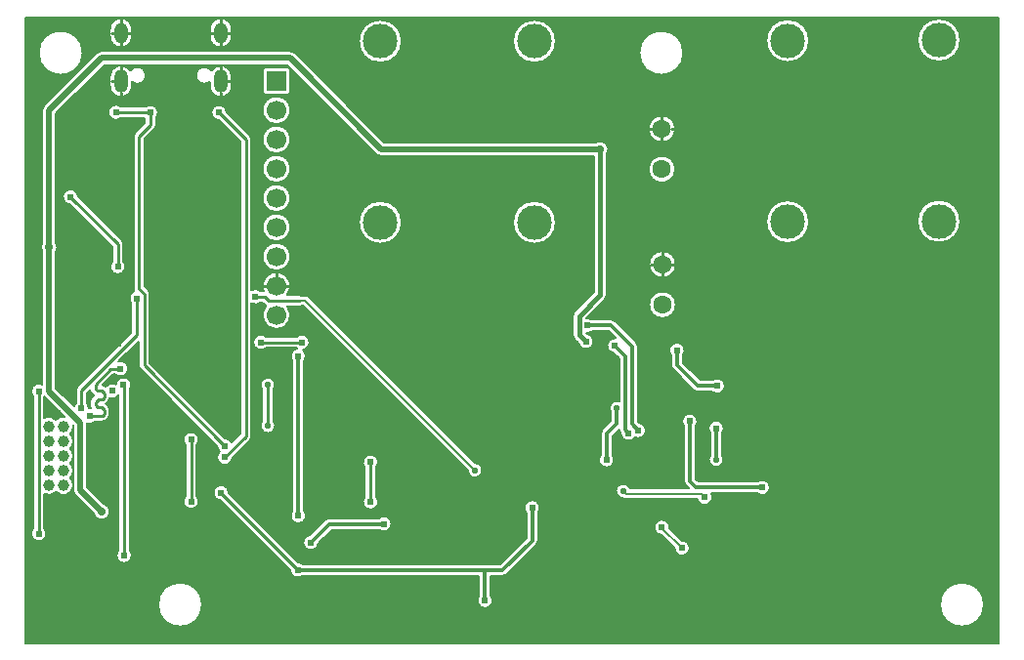
<source format=gbl>
G04 Layer: BottomLayer*
G04 EasyEDA Pro v2.2.45.4, 2026-02-08 12:52:01*
G04 Gerber Generator version 0.3*
G04 Scale: 100 percent, Rotated: No, Reflected: No*
G04 Dimensions in millimeters*
G04 Leading zeros omitted, absolute positions, 4 integers and 5 decimals*
G04 Generated by one-click*
%FSLAX45Y45*%
%MOMM*%
%ADD10C,0.2032*%
%ADD11C,0.254*%
%ADD12C,2.99999*%
%ADD13O,1.2X1.8*%
%ADD14O,1.2X2.0*%
%ADD15C,1.0*%
%ADD16R,1.7X1.7*%
%ADD17C,1.7*%
%ADD18C,1.6*%
%ADD19C,0.6103*%
%ADD20C,0.61*%
%ADD21C,0.55*%
%ADD22C,0.7*%
%ADD23C,0.57*%
%ADD24C,0.5*%
%ADD25C,0.3*%
%ADD26C,0.27*%
%ADD27C,0.2*%
%ADD28C,0.4*%
%ADD29C,0.21*%
G75*


G04 Copper Start*
G36*
G01X35812Y-35801D02*
G01X8464184Y-35801D01*
G01X8464184Y-5464173D01*
G01X35812Y-5464173D01*
G01X35812Y-5129988D01*
G01X1184181Y-5129988D01*
G01X1186124Y-5157143D01*
G01X1191911Y-5183746D01*
G01X1201425Y-5209255D01*
G01X1214472Y-5233150D01*
G01X1230788Y-5254944D01*
G01X1250039Y-5274195D01*
G01X1271834Y-5290511D01*
G01X1295728Y-5303558D01*
G01X1321237Y-5313072D01*
G01X1347840Y-5318860D01*
G01X1374995Y-5320802D01*
G01X1402151Y-5318860D01*
G01X1428754Y-5313072D01*
G01X1454262Y-5303558D01*
G01X1478157Y-5290511D01*
G01X1499952Y-5274195D01*
G01X1519203Y-5254944D01*
G01X1535518Y-5233150D01*
G01X1548566Y-5209255D01*
G01X1558080Y-5183746D01*
G01X1563867Y-5157143D01*
G01X1565809Y-5129988D01*
G01X1563867Y-5102832D01*
G01X1558080Y-5076229D01*
G01X1548566Y-5050721D01*
G01X1535518Y-5026826D01*
G01X1519203Y-5005031D01*
G01X1499952Y-4985780D01*
G01X1478157Y-4969465D01*
G01X1454262Y-4956417D01*
G01X1428754Y-4946903D01*
G01X1402151Y-4941116D01*
G01X1374995Y-4939174D01*
G01X1347840Y-4941116D01*
G01X1321237Y-4946903D01*
G01X1295728Y-4956417D01*
G01X1271834Y-4969465D01*
G01X1250039Y-4985780D01*
G01X1230788Y-5005031D01*
G01X1214472Y-5026826D01*
G01X1201425Y-5050721D01*
G01X1191911Y-5076229D01*
G01X1186124Y-5102832D01*
G01X1184181Y-5129988D01*
G01X1184181Y-5129988D01*
G01X35812Y-5129988D01*
G01X35812Y-4511418D01*
G01X83780Y-4511418D01*
G01X84734Y-4526745D01*
G01X89188Y-4541442D01*
G01X96903Y-4554720D01*
G01X107466Y-4565867D01*
G01X120309Y-4574286D01*
G01X134744Y-4579525D01*
G01X149998Y-4581303D01*
G01X165251Y-4579525D01*
G01X179687Y-4574286D01*
G01X192530Y-4565867D01*
G01X203092Y-4554720D01*
G01X210807Y-4541442D01*
G01X215261Y-4526745D01*
G01X216216Y-4511418D01*
G01X213619Y-4496283D01*
G01X207610Y-4482150D01*
G01X198512Y-4469779D01*
G01X198512Y-4170939D01*
G01X215825Y-4177277D01*
G01X234093Y-4179771D01*
G01X252471Y-4178304D01*
G01X270113Y-4172946D01*
G01X286202Y-4163944D01*
G01X299997Y-4151712D01*
G01X313673Y-4163859D01*
G01X329613Y-4172831D01*
G01X347092Y-4178222D01*
G01X365317Y-4179785D01*
G01X383459Y-4177450D01*
G01X400694Y-4171324D01*
G01X416239Y-4161684D01*
G01X429387Y-4148968D01*
G01X439543Y-4133754D01*
G01X446243Y-4116734D01*
G01X449183Y-4098681D01*
G01X449183Y-4139990D01*
G01X450352Y-4151854D01*
G01X453812Y-4163262D01*
G01X459432Y-4173776D01*
G01X466995Y-4182992D01*
G01X626341Y-4342337D01*
G01X632244Y-4357803D01*
G01X641576Y-4371475D01*
G01X653828Y-4382607D01*
G01X668330Y-4390590D01*
G01X684288Y-4394989D01*
G01X700832Y-4395563D01*
G01X717057Y-4392280D01*
G01X732077Y-4385319D01*
G01X745070Y-4375062D01*
G01X755327Y-4362069D01*
G01X762287Y-4347050D01*
G01X765570Y-4330825D01*
G01X764996Y-4314281D01*
G01X760598Y-4298322D01*
G01X752614Y-4283821D01*
G01X741482Y-4271569D01*
G01X727810Y-4262237D01*
G01X712344Y-4256333D01*
G01X570811Y-4114800D01*
G01X570811Y-3558469D01*
G01X584382Y-3561067D01*
G01X598196Y-3560796D01*
G01X611654Y-3557669D01*
G01X624172Y-3551821D01*
G01X635207Y-3543505D01*
G01X699997Y-3543505D01*
G01X712553Y-3541852D01*
G01X724254Y-3537005D01*
G01X734301Y-3529296D01*
G01X752262Y-3511335D01*
G01X759972Y-3501288D01*
G01X764818Y-3489587D01*
G01X766471Y-3477031D01*
G01X766471Y-3442952D01*
G01X764818Y-3430395D01*
G01X759972Y-3418695D01*
G01X752262Y-3408647D01*
G01X730957Y-3387342D01*
G01X734301Y-3384296D01*
G01X752262Y-3366335D01*
G01X758547Y-3358604D01*
G01X763119Y-3349751D01*
G01X765787Y-3340151D01*
G01X779597Y-3343334D01*
G01X793767Y-3343509D01*
G01X807652Y-3340669D01*
G01X820615Y-3334943D01*
G01X832067Y-3326594D01*
G01X841482Y-3316002D01*
G01X841482Y-4659779D01*
G01X832384Y-4672150D01*
G01X826375Y-4686282D01*
G01X823778Y-4701418D01*
G01X824733Y-4716745D01*
G01X829187Y-4731441D01*
G01X836902Y-4744719D01*
G01X847464Y-4755867D01*
G01X860308Y-4764286D01*
G01X874743Y-4769525D01*
G01X889996Y-4771303D01*
G01X905250Y-4769525D01*
G01X919685Y-4764286D01*
G01X932528Y-4755867D01*
G01X943091Y-4744719D01*
G01X950806Y-4731441D01*
G01X955260Y-4716745D01*
G01X956214Y-4701418D01*
G01X953617Y-4686282D01*
G01X947609Y-4672150D01*
G01X938510Y-4659779D01*
G01X938510Y-4231419D01*
G01X1403777Y-4231419D01*
G01X1404731Y-4246746D01*
G01X1409186Y-4261442D01*
G01X1416901Y-4274720D01*
G01X1427463Y-4285868D01*
G01X1440306Y-4294287D01*
G01X1454742Y-4299526D01*
G01X1469995Y-4301304D01*
G01X1469995Y-4301304D01*
G01X1485249Y-4299526D01*
G01X1499684Y-4294287D01*
G01X1512527Y-4285868D01*
G01X1523090Y-4274720D01*
G01X1530805Y-4261442D01*
G01X1535259Y-4246746D01*
G01X1536213Y-4231419D01*
G01X1533616Y-4216283D01*
G01X1527607Y-4202151D01*
G01X1518509Y-4189780D01*
G01X1518509Y-4162435D01*
G01X1663726Y-4162435D01*
G01X1665966Y-4177250D01*
G01X1671476Y-4191185D01*
G01X1679973Y-4203526D01*
G01X1691025Y-4213645D01*
G01X1704066Y-4221025D01*
G01X1718431Y-4225288D01*
G01X2328934Y-4835790D01*
G01X2332256Y-4851473D01*
G01X2339245Y-4865900D01*
G01X2349491Y-4878229D01*
G01X2362397Y-4887738D01*
G01X2377207Y-4893873D01*
G01X2393057Y-4896274D01*
G01X2409020Y-4894802D01*
G01X2424163Y-4889542D01*
G01X2437602Y-4880802D01*
G01X3966655Y-4880802D01*
G01X3966655Y-5052379D01*
G01X3958373Y-5064900D01*
G01X3953120Y-5078963D01*
G01X3951164Y-5093846D01*
G01X3952606Y-5108789D01*
G01X3957372Y-5123024D01*
G01X3965218Y-5135822D01*
G01X3975741Y-5146528D01*
G01X3988402Y-5154593D01*
G01X4002553Y-5159603D01*
G01X4017469Y-5161302D01*
G01X4032384Y-5159603D01*
G01X4046535Y-5154593D01*
G01X4059196Y-5146528D01*
G01X4069719Y-5135822D01*
G01X4073296Y-5129987D01*
G01X7959168Y-5129987D01*
G01X7961110Y-5157143D01*
G01X7966897Y-5183746D01*
G01X7976411Y-5209254D01*
G01X7989459Y-5233149D01*
G01X8005774Y-5254944D01*
G01X8025025Y-5274195D01*
G01X8046820Y-5290510D01*
G01X8070715Y-5303558D01*
G01X8096223Y-5313072D01*
G01X8122826Y-5318859D01*
G01X8149982Y-5320801D01*
G01X8177137Y-5318859D01*
G01X8203740Y-5313072D01*
G01X8229249Y-5303558D01*
G01X8253144Y-5290510D01*
G01X8274938Y-5274195D01*
G01X8294189Y-5254944D01*
G01X8310505Y-5233149D01*
G01X8323552Y-5209254D01*
G01X8333066Y-5183746D01*
G01X8338854Y-5157143D01*
G01X8340796Y-5129987D01*
G01X8338854Y-5102831D01*
G01X8333066Y-5076229D01*
G01X8323552Y-5050720D01*
G01X8310505Y-5026825D01*
G01X8294189Y-5005031D01*
G01X8274938Y-4985780D01*
G01X8253144Y-4969464D01*
G01X8229249Y-4956417D01*
G01X8203740Y-4946902D01*
G01X8177137Y-4941115D01*
G01X8149982Y-4939173D01*
G01X8122826Y-4941115D01*
G01X8096223Y-4946902D01*
G01X8070715Y-4956417D01*
G01X8046820Y-4969464D01*
G01X8025025Y-4985780D01*
G01X8005774Y-5005031D01*
G01X7989459Y-5026825D01*
G01X7976411Y-5050720D01*
G01X7966897Y-5076229D01*
G01X7961110Y-5102831D01*
G01X7959168Y-5129987D01*
G01X7959168Y-5129987D01*
G01X4073296Y-5129987D01*
G01X4077565Y-5123024D01*
G01X4082331Y-5108789D01*
G01X4083773Y-5093846D01*
G01X4081817Y-5078963D01*
G01X4076564Y-5064900D01*
G01X4068283Y-5052379D01*
G01X4068283Y-4880802D01*
G01X4169990Y-4880802D01*
G01X4183141Y-4879071D01*
G01X4195397Y-4873995D01*
G01X4205921Y-4865919D01*
G01X4460920Y-4610920D01*
G01X4468995Y-4600396D01*
G01X4474072Y-4588141D01*
G01X4475803Y-4574989D01*
G01X4475803Y-4466037D01*
G01X5483949Y-4466037D01*
G01X5487229Y-4481413D01*
G01X5494036Y-4495584D01*
G01X5503987Y-4507755D01*
G01X5516524Y-4517241D01*
G01X5530941Y-4523509D01*
G01X5546429Y-4526208D01*
G01X5658704Y-4638483D01*
G01X5658704Y-4638483D01*
G01X5660216Y-4654148D01*
G01X5665377Y-4669016D01*
G01X5673897Y-4682249D01*
G01X5685295Y-4693102D01*
G01X5698929Y-4700963D01*
G01X5714032Y-4705389D01*
G01X5729753Y-4706132D01*
G01X5745206Y-4703150D01*
G01X5759521Y-4696609D01*
G01X5771892Y-4686880D01*
G01X5781621Y-4674509D01*
G01X5788161Y-4660194D01*
G01X5791144Y-4644741D01*
G01X5790401Y-4629020D01*
G01X5785975Y-4613917D01*
G01X5778114Y-4600283D01*
G01X5767261Y-4588885D01*
G01X5754028Y-4580365D01*
G01X5739160Y-4575204D01*
G01X5723494Y-4573692D01*
G01X5616009Y-4466206D01*
G01X5615617Y-4450490D01*
G01X5611537Y-4435308D01*
G01X5603997Y-4421513D01*
G01X5593422Y-4409880D01*
G01X5580406Y-4401063D01*
G01X5565680Y-4395559D01*
G01X5550072Y-4393675D01*
G01X5534459Y-4395519D01*
G01X5519719Y-4400986D01*
G01X5506680Y-4409769D01*
G01X5496075Y-4421374D01*
G01X5488501Y-4435150D01*
G01X5484381Y-4450322D01*
G01X5483949Y-4466037D01*
G01X4475803Y-4466037D01*
G01X4475803Y-4332598D01*
G01X4484085Y-4320077D01*
G01X4489338Y-4306015D01*
G01X4491293Y-4291131D01*
G01X4489851Y-4276189D01*
G01X4485085Y-4261954D01*
G01X4477240Y-4249155D01*
G01X4466717Y-4238450D01*
G01X4454055Y-4230385D01*
G01X4439904Y-4225375D01*
G01X4424989Y-4223675D01*
G01X4410074Y-4225375D01*
G01X4395923Y-4230385D01*
G01X4383262Y-4238450D01*
G01X4372739Y-4249155D01*
G01X4364893Y-4261954D01*
G01X4360127Y-4276189D01*
G01X4358685Y-4291131D01*
G01X4360641Y-4306015D01*
G01X4365894Y-4320077D01*
G01X4374175Y-4332598D01*
G01X4374175Y-4553941D01*
G01X4148942Y-4779174D01*
G01X2437602Y-4779174D01*
G01X2437602Y-4779174D01*
G01X2426459Y-4771615D01*
G01X2414020Y-4766462D01*
G01X2400795Y-4763929D01*
G01X2236294Y-4599427D01*
G01X2441543Y-4599427D01*
G01X2444793Y-4614083D01*
G01X2451257Y-4627632D01*
G01X2460602Y-4639380D01*
G01X2472350Y-4648725D01*
G01X2485899Y-4655189D01*
G01X2500555Y-4658439D01*
G01X2515566Y-4658310D01*
G01X2530163Y-4654808D01*
G01X2543599Y-4648112D01*
G01X2555184Y-4638566D01*
G01X2564326Y-4626659D01*
G01X2570555Y-4613000D01*
G01X2573553Y-4598291D01*
G01X2691041Y-4480803D01*
G01X3097383Y-4480803D01*
G01X3097383Y-4480803D01*
G01X3109904Y-4489085D01*
G01X3123966Y-4494338D01*
G01X3138850Y-4496293D01*
G01X3153792Y-4494851D01*
G01X3168028Y-4490085D01*
G01X3180826Y-4482240D01*
G01X3191532Y-4471717D01*
G01X3199596Y-4459055D01*
G01X3204607Y-4444904D01*
G01X3206306Y-4429989D01*
G01X3204607Y-4415074D01*
G01X3199596Y-4400923D01*
G01X3191532Y-4388262D01*
G01X3180826Y-4377739D01*
G01X3168028Y-4369893D01*
G01X3153792Y-4365127D01*
G01X3138850Y-4363685D01*
G01X3123966Y-4365641D01*
G01X3109904Y-4370894D01*
G01X3097383Y-4379175D01*
G01X2669993Y-4379175D01*
G01X2656841Y-4380907D01*
G01X2644586Y-4385983D01*
G01X2634062Y-4394058D01*
G01X2501691Y-4526429D01*
G01X2486982Y-4529427D01*
G01X2473323Y-4535656D01*
G01X2461416Y-4544798D01*
G01X2451870Y-4556383D01*
G01X2445174Y-4569819D01*
G01X2441672Y-4584416D01*
G01X2441543Y-4599427D01*
G01X2236294Y-4599427D01*
G01X1796306Y-4159440D01*
G01X1794490Y-4144566D01*
G01X1789381Y-4130480D01*
G01X1781240Y-4117900D01*
G01X1770482Y-4107470D01*
G01X1757657Y-4099721D01*
G01X1743420Y-4095049D01*
G01X1728497Y-4093693D01*
G01X1713651Y-4095721D01*
G01X1699639Y-4101031D01*
G01X1687177Y-4109352D01*
G01X1676901Y-4120257D01*
G01X1669336Y-4133192D01*
G01X1664869Y-4147494D01*
G01X1663726Y-4162435D01*
G01X1518509Y-4162435D01*
G01X1518509Y-3745201D01*
G01X1527607Y-3732829D01*
G01X1533616Y-3718697D01*
G01X1536213Y-3703562D01*
G01X1535259Y-3688235D01*
G01X1530805Y-3673538D01*
G01X1523090Y-3660260D01*
G01X1512527Y-3649113D01*
G01X1499684Y-3640694D01*
G01X1485249Y-3635455D01*
G01X1469995Y-3633677D01*
G01X1454742Y-3635455D01*
G01X1440306Y-3640694D01*
G01X1427463Y-3649113D01*
G01X1416901Y-3660260D01*
G01X1409186Y-3673538D01*
G01X1404731Y-3688235D01*
G01X1403777Y-3703562D01*
G01X1406374Y-3718697D01*
G01X1412383Y-3732829D01*
G01X1421481Y-3745201D01*
G01X1421481Y-4189780D01*
G01X1412383Y-4202151D01*
G01X1406374Y-4216283D01*
G01X1403777Y-4231419D01*
G01X938510Y-4231419D01*
G01X938510Y-3264156D01*
G01X946037Y-3250907D01*
G01X950341Y-3236290D01*
G01X951195Y-3221077D01*
G01X948554Y-3206070D01*
G01X942557Y-3192062D01*
G01X933521Y-3179793D01*
G01X921923Y-3169910D01*
G01X908376Y-3162936D01*
G01X893594Y-3159237D01*
G01X878359Y-3159011D01*
G01X863474Y-3162267D01*
G01X849725Y-3168836D01*
G01X837838Y-3178369D01*
G01X828441Y-3190364D01*
G01X822030Y-3204187D01*
G01X818944Y-3219108D01*
G01X803765Y-3213204D01*
G01X787606Y-3211178D01*
G01X771440Y-3213151D01*
G01X756242Y-3219005D01*
G01X742929Y-3228386D01*
G01X732305Y-3240730D01*
G01X732125Y-3240550D01*
G01X723260Y-3233579D01*
G01X713019Y-3228855D01*
G01X701962Y-3226636D01*
G01X795092Y-3133506D01*
G01X814786Y-3133506D01*
G01X827092Y-3142567D01*
G01X841145Y-3148570D01*
G01X856200Y-3151197D01*
G01X871455Y-3150308D01*
G01X886103Y-3145951D01*
G01X899364Y-3138356D01*
G01X910534Y-3127928D01*
G01X919021Y-3115219D01*
G01X924373Y-3100905D01*
G01X926306Y-3085746D01*
G01X924718Y-3070547D01*
G01X919693Y-3056115D01*
G01X911498Y-3043217D01*
G01X900568Y-3032537D01*
G01X887483Y-3024642D01*
G01X872938Y-3019953D01*
G01X857707Y-3018717D01*
G01X842596Y-3021001D01*
G01X1016482Y-2847116D01*
G01X1016482Y-3057401D01*
G01X1018135Y-3069958D01*
G01X1022982Y-3081658D01*
G01X1030691Y-3091706D01*
G01X1693722Y-3754736D01*
G01X1695686Y-3768585D01*
G01X1700511Y-3781713D01*
G01X1707982Y-3793537D01*
G01X1717767Y-3803531D01*
G01X1707189Y-3815901D01*
G01X1699942Y-3830474D01*
G01X1696463Y-3846374D01*
G01X1696962Y-3862642D01*
G01X1701408Y-3878299D01*
G01X1709535Y-3892401D01*
G01X1720851Y-3904099D01*
G01X1734676Y-3912688D01*
G01X1750177Y-3917651D01*
G01X1766420Y-3918688D01*
G01X1782426Y-3915738D01*
G01X1797232Y-3908978D01*
G01X1809945Y-3898816D01*
G01X1819799Y-3885863D01*
G01X1826202Y-3870899D01*
G01X1828767Y-3854827D01*
G01X1979299Y-3704295D01*
G01X1987009Y-3694248D01*
G01X1991855Y-3682547D01*
G01X1993508Y-3669991D01*
G01X1993508Y-3583685D01*
G01X2071788Y-3583685D01*
G01X2074706Y-3599333D01*
G01X2081436Y-3613758D01*
G01X2091550Y-3626048D01*
G01X2104410Y-3635428D01*
G01X2119203Y-3641304D01*
G01X2134994Y-3643305D01*
G01X2150785Y-3641304D01*
G01X2165578Y-3635428D01*
G01X2178438Y-3626048D01*
G01X2188552Y-3613758D01*
G01X2195281Y-3599333D01*
G01X2198200Y-3583685D01*
G01X2197124Y-3567805D01*
G01X2192121Y-3552694D01*
G01X2183508Y-3539308D01*
G01X2183508Y-3265674D01*
G01X2192121Y-3252289D01*
G01X2197124Y-3237178D01*
G01X2198200Y-3221297D01*
G01X2195281Y-3205650D01*
G01X2188552Y-3191225D01*
G01X2178438Y-3178934D01*
G01X2165578Y-3169554D01*
G01X2150785Y-3163678D01*
G01X2134994Y-3161678D01*
G01X2119203Y-3163678D01*
G01X2104410Y-3169554D01*
G01X2091550Y-3178934D01*
G01X2081436Y-3191225D01*
G01X2074706Y-3205650D01*
G01X2071788Y-3221297D01*
G01X2072864Y-3237178D01*
G01X2077866Y-3252289D01*
G01X2086480Y-3265674D01*
G01X2086480Y-3539308D01*
G01X2086480Y-3539308D01*
G01X2077866Y-3552694D01*
G01X2072864Y-3567805D01*
G01X2071788Y-3583685D01*
G01X1993508Y-3583685D01*
G01X1993508Y-2854992D01*
G01X2008680Y-2854992D01*
G01X2010431Y-2870130D01*
G01X2015591Y-2884469D01*
G01X2023889Y-2897251D01*
G01X2034885Y-2907802D01*
G01X2047999Y-2915563D01*
G01X2062539Y-2920126D01*
G01X2077736Y-2921250D01*
G01X2092789Y-2918874D01*
G01X2106902Y-2913125D01*
G01X2119330Y-2904306D01*
G01X2385657Y-2904306D01*
G01X2391779Y-2909189D01*
G01X2376480Y-2912986D01*
G01X2362510Y-2920288D01*
G01X2350658Y-2930680D01*
G01X2341593Y-2943576D01*
G01X2335828Y-2958247D01*
G01X2333689Y-2973864D01*
G01X2335296Y-2989545D01*
G01X2340558Y-3004404D01*
G01X2349179Y-3017601D01*
G01X2349179Y-4317381D01*
G01X2340898Y-4329901D01*
G01X2335645Y-4343964D01*
G01X2333689Y-4358848D01*
G01X2335131Y-4373790D01*
G01X2339897Y-4388025D01*
G01X2347743Y-4400823D01*
G01X2358266Y-4411529D01*
G01X2370927Y-4419594D01*
G01X2385078Y-4424604D01*
G01X2399993Y-4426303D01*
G01X2399993Y-4426303D01*
G01X2414909Y-4424604D01*
G01X2429059Y-4419594D01*
G01X2441721Y-4411529D01*
G01X2452244Y-4400823D01*
G01X2460089Y-4388025D01*
G01X2464855Y-4373790D01*
G01X2466298Y-4358848D01*
G01X2464342Y-4343964D01*
G01X2459089Y-4329901D01*
G01X2450807Y-4317381D01*
G01X2450807Y-4236419D01*
G01X2958774Y-4236419D01*
G01X2959728Y-4251746D01*
G01X2964182Y-4266442D01*
G01X2971898Y-4279720D01*
G01X2982460Y-4290868D01*
G01X2995303Y-4299287D01*
G01X3009739Y-4304526D01*
G01X3024992Y-4306304D01*
G01X3040245Y-4304526D01*
G01X3054681Y-4299287D01*
G01X3067524Y-4290868D01*
G01X3078087Y-4279720D01*
G01X3085802Y-4266442D01*
G01X3090256Y-4251746D01*
G01X3091210Y-4236419D01*
G01X3088613Y-4221283D01*
G01X3082604Y-4207151D01*
G01X3073506Y-4194780D01*
G01X3073506Y-4151328D01*
G01X5151657Y-4151328D01*
G01X5155128Y-4166295D01*
G01X5162103Y-4179985D01*
G01X5172170Y-4191592D01*
G01X5184736Y-4200433D01*
G01X5199062Y-4205986D01*
G01X5214304Y-4207924D01*
G01X5226557Y-4213790D01*
G01X5239992Y-4215804D01*
G01X5855585Y-4215804D01*
G01X5861380Y-4231019D01*
G01X5870707Y-4244364D01*
G01X5883004Y-4255034D01*
G01X5897531Y-4262386D01*
G01X5913411Y-4265977D01*
G01X5929688Y-4265590D01*
G01X5945380Y-4261249D01*
G01X5959541Y-4253216D01*
G01X5971318Y-4241974D01*
G01X5980000Y-4228201D01*
G01X5985065Y-4212727D01*
G01X5986208Y-4196486D01*
G01X5983358Y-4180456D01*
G01X5976689Y-4165604D01*
G01X6377177Y-4165604D01*
G01X6389697Y-4173885D01*
G01X6403760Y-4179139D01*
G01X6418644Y-4181094D01*
G01X6433586Y-4179652D01*
G01X6447821Y-4174886D01*
G01X6460619Y-4167041D01*
G01X6471325Y-4156518D01*
G01X6479390Y-4143856D01*
G01X6484400Y-4129705D01*
G01X6486099Y-4114790D01*
G01X6484400Y-4099875D01*
G01X6479390Y-4085724D01*
G01X6471325Y-4073062D01*
G01X6460619Y-4062539D01*
G01X6447821Y-4054694D01*
G01X6433586Y-4049928D01*
G01X6418644Y-4048486D01*
G01X6403760Y-4050441D01*
G01X6389697Y-4055695D01*
G01X6377177Y-4063976D01*
G01X5865834Y-4063976D01*
G01X5841998Y-4040140D01*
G01X5841998Y-3601132D01*
G01X5953682Y-3601132D01*
G01X5955637Y-3616016D01*
G01X5960891Y-3630079D01*
G01X5969172Y-3642600D01*
G01X5969172Y-3837220D01*
G01X5969172Y-3837220D01*
G01X5961515Y-3850705D01*
G01X5957365Y-3865648D01*
G01X5956972Y-3881151D01*
G01X5960360Y-3896285D01*
G01X5967326Y-3910141D01*
G01X5977450Y-3921888D01*
G01X5990127Y-3930821D01*
G01X6004595Y-3936405D01*
G01X6019986Y-3938304D01*
G01X6035377Y-3936405D01*
G01X6049845Y-3930821D01*
G01X6062522Y-3921888D01*
G01X6072646Y-3910141D01*
G01X6079612Y-3896285D01*
G01X6083000Y-3881151D01*
G01X6082607Y-3865648D01*
G01X6078458Y-3850705D01*
G01X6070800Y-3837220D01*
G01X6070800Y-3642600D01*
G01X6079082Y-3630079D01*
G01X6084335Y-3616016D01*
G01X6086290Y-3601132D01*
G01X6084848Y-3586190D01*
G01X6080082Y-3571955D01*
G01X6072237Y-3559157D01*
G01X6061714Y-3548451D01*
G01X6049052Y-3540386D01*
G01X6034901Y-3535376D01*
G01X6019986Y-3533677D01*
G01X6005071Y-3535376D01*
G01X5990920Y-3540386D01*
G01X5978259Y-3548451D01*
G01X5967735Y-3559157D01*
G01X5959890Y-3571955D01*
G01X5955124Y-3586190D01*
G01X5953682Y-3601132D01*
G01X5841998Y-3601132D01*
G01X5841998Y-3582601D01*
G01X5850280Y-3570080D01*
G01X5855534Y-3556018D01*
G01X5857490Y-3541134D01*
G01X5856048Y-3526192D01*
G01X5851282Y-3511957D01*
G01X5843437Y-3499158D01*
G01X5832914Y-3488452D01*
G01X5820253Y-3480387D01*
G01X5806102Y-3475376D01*
G01X5791187Y-3473677D01*
G01X5776272Y-3475376D01*
G01X5762121Y-3480386D01*
G01X5749459Y-3488450D01*
G01X5738936Y-3499156D01*
G01X5731090Y-3511954D01*
G01X5726324Y-3526189D01*
G01X5724881Y-3541131D01*
G01X5726836Y-3556015D01*
G01X5732089Y-3570078D01*
G01X5740370Y-3582598D01*
G01X5740370Y-4061188D01*
G01X5742102Y-4074339D01*
G01X5747178Y-4086595D01*
G01X5755253Y-4097119D01*
G01X5782311Y-4124176D01*
G01X5782311Y-4124176D01*
G01X5274539Y-4124176D01*
G01X5267852Y-4110343D01*
G01X5258030Y-4098528D01*
G01X5245651Y-4089427D01*
G01X5231445Y-4083575D01*
G01X5216247Y-4081318D01*
G01X5200953Y-4082788D01*
G01X5186463Y-4087899D01*
G01X5173632Y-4096350D01*
G01X5163213Y-4107642D01*
G01X5155822Y-4121112D01*
G01X5151892Y-4135965D01*
G01X5151657Y-4151328D01*
G01X3073506Y-4151328D01*
G01X3073506Y-3940200D01*
G01X3082604Y-3927829D01*
G01X3088613Y-3913697D01*
G01X3091210Y-3898561D01*
G01X3090256Y-3883234D01*
G01X3085802Y-3868538D01*
G01X3078087Y-3855260D01*
G01X3067524Y-3844112D01*
G01X3054681Y-3835693D01*
G01X3040245Y-3830454D01*
G01X3024992Y-3828676D01*
G01X3009739Y-3830454D01*
G01X2995303Y-3835693D01*
G01X2982460Y-3844112D01*
G01X2971898Y-3855260D01*
G01X2964182Y-3868538D01*
G01X2959728Y-3883234D01*
G01X2958774Y-3898561D01*
G01X2961371Y-3913697D01*
G01X2967380Y-3927829D01*
G01X2976478Y-3940200D01*
G01X2976478Y-4194780D01*
G01X2976478Y-4194780D01*
G01X2967380Y-4207151D01*
G01X2961371Y-4221283D01*
G01X2958774Y-4236419D01*
G01X2450807Y-4236419D01*
G01X2450807Y-3017601D01*
G01X2459372Y-3004518D01*
G01X2464634Y-2989793D01*
G01X2466303Y-2974246D01*
G01X2464285Y-2958740D01*
G01X2458692Y-2944137D01*
G01X2449835Y-2931250D01*
G01X2438207Y-2920796D01*
G01X2453263Y-2917090D01*
G01X2467047Y-2909988D01*
G01X2478805Y-2899880D01*
G01X2487895Y-2887318D01*
G01X2493819Y-2872989D01*
G01X2496253Y-2857676D01*
G01X2495065Y-2842216D01*
G01X2490319Y-2827454D01*
G01X2482275Y-2814198D01*
G01X2471373Y-2803173D01*
G01X2458208Y-2794980D01*
G01X2443501Y-2790069D01*
G01X2428055Y-2788707D01*
G01X2412716Y-2790969D01*
G01X2398321Y-2796731D01*
G01X2385657Y-2805678D01*
G01X2119330Y-2805678D01*
G01X2106902Y-2796860D01*
G01X2092789Y-2791111D01*
G01X2077736Y-2788735D01*
G01X2062539Y-2789858D01*
G01X2047999Y-2794422D01*
G01X2034885Y-2802183D01*
G01X2023889Y-2812734D01*
G01X2015591Y-2825516D01*
G01X2010431Y-2839854D01*
G01X2008680Y-2854992D01*
G01X1993508Y-2854992D01*
G01X1993508Y-2516389D01*
G01X2006491Y-2522585D01*
G01X2020504Y-2525836D01*
G01X2034889Y-2525988D01*
G01X2048968Y-2523035D01*
G01X2062079Y-2517115D01*
G01X2073604Y-2508507D01*
G01X2084899Y-2508507D01*
G01X2105689Y-2529298D01*
G01X2112745Y-2535132D01*
G01X2120772Y-2539537D01*
G01X2107883Y-2556424D01*
G01X2098151Y-2575309D01*
G01X2091878Y-2595605D01*
G01X2089257Y-2616687D01*
G01X2090369Y-2637903D01*
G01X2095180Y-2658595D01*
G01X2103541Y-2678125D01*
G01X2115194Y-2695888D01*
G01X2129778Y-2711335D01*
G01X2146842Y-2723989D01*
G01X2165859Y-2733459D01*
G01X2186241Y-2739451D01*
G01X2207357Y-2741780D01*
G01X2228555Y-2740374D01*
G01X2249179Y-2735277D01*
G01X2268591Y-2726647D01*
G01X2286191Y-2714749D01*
G01X2301436Y-2699953D01*
G01X2313852Y-2682715D01*
G01X2323058Y-2663569D01*
G01X2328767Y-2643106D01*
G01X2330804Y-2621959D01*
G01X2329105Y-2600783D01*
G01X2323723Y-2580232D01*
G01X2314825Y-2560941D01*
G01X2302685Y-2543507D01*
G01X2409993Y-2543507D01*
G01X2417298Y-2542954D01*
G01X2424437Y-2541307D01*
G01X2440809Y-2541307D01*
G01X3866715Y-3967213D01*
G01X3868923Y-3981708D01*
G01X3874407Y-3995307D01*
G01X3882871Y-4007280D01*
G01X3893863Y-4016985D01*
G01X3906792Y-4023901D01*
G01X3920965Y-4027658D01*
G01X3935622Y-4028053D01*
G01X3949978Y-4025067D01*
G01X3963261Y-4018858D01*
G01X3974760Y-4009760D01*
G01X3983858Y-3998261D01*
G01X3990067Y-3984978D01*
G01X3993053Y-3970622D01*
G01X3992658Y-3955965D01*
G01X3988901Y-3941792D01*
G01X3981985Y-3928862D01*
G01X3972280Y-3917871D01*
G01X3960307Y-3909407D01*
G01X3946709Y-3903923D01*
G01X3932213Y-3901715D01*
G01X2492742Y-2462244D01*
G01X2483150Y-2454884D01*
G01X2471980Y-2450257D01*
G01X2459993Y-2448679D01*
G01X2424437Y-2448679D01*
G01X2417298Y-2447032D01*
G01X2409993Y-2446479D01*
G01X2300979Y-2446479D01*
G01X2313523Y-2429266D01*
G01X2322850Y-2410117D01*
G01X2328669Y-2389627D01*
G01X2330799Y-2368435D01*
G01X2329174Y-2347197D01*
G01X2323845Y-2326575D01*
G01X2314978Y-2307209D01*
G01X2302847Y-2289702D01*
G01X2287830Y-2274597D01*
G01X2270394Y-2262363D01*
G01X2251081Y-2253382D01*
G01X2230490Y-2247932D01*
G01X2209263Y-2246183D01*
G01X2188058Y-2248189D01*
G01X2167535Y-2253888D01*
G01X2148331Y-2263102D01*
G01X2131045Y-2275545D01*
G01X2116212Y-2290831D01*
G01X2104294Y-2308484D01*
G01X2095661Y-2327956D01*
G01X2090582Y-2348641D01*
G01X2089215Y-2369896D01*
G01X2091601Y-2391062D01*
G01X2097668Y-2411479D01*
G01X2073604Y-2411479D01*
G01X2062079Y-2402871D01*
G01X2048968Y-2396951D01*
G01X2034889Y-2393998D01*
G01X2020504Y-2394150D01*
G01X2006491Y-2397401D01*
G01X1993508Y-2403597D01*
G01X1993508Y-2112995D01*
G01X2089180Y-2112995D01*
G01X2091015Y-2133974D01*
G01X2096466Y-2154316D01*
G01X2105366Y-2173402D01*
G01X2117445Y-2190653D01*
G01X2132336Y-2205544D01*
G01X2149587Y-2217623D01*
G01X2168673Y-2226523D01*
G01X2189015Y-2231973D01*
G01X2209994Y-2233809D01*
G01X2230973Y-2231973D01*
G01X2251314Y-2226523D01*
G01X2270401Y-2217623D01*
G01X2287651Y-2205544D01*
G01X2302542Y-2190653D01*
G01X2314622Y-2173402D01*
G01X2323522Y-2154316D01*
G01X2328972Y-2133974D01*
G01X2330808Y-2112995D01*
G01X2328972Y-2092016D01*
G01X2323522Y-2071674D01*
G01X2314622Y-2052588D01*
G01X2302542Y-2035337D01*
G01X2287651Y-2020446D01*
G01X2270401Y-2008367D01*
G01X2251314Y-1999467D01*
G01X2230973Y-1994016D01*
G01X2209994Y-1992181D01*
G01X2209994Y-1992181D01*
G01X2189015Y-1994016D01*
G01X2168673Y-1999467D01*
G01X2149587Y-2008367D01*
G01X2132336Y-2020446D01*
G01X2117445Y-2035337D01*
G01X2105366Y-2052588D01*
G01X2096466Y-2071674D01*
G01X2091015Y-2092016D01*
G01X2089180Y-2112995D01*
G01X1993508Y-2112995D01*
G01X1993508Y-1858995D01*
G01X2089180Y-1858995D01*
G01X2091015Y-1879974D01*
G01X2096466Y-1900316D01*
G01X2105366Y-1919402D01*
G01X2117445Y-1936653D01*
G01X2132336Y-1951544D01*
G01X2149587Y-1963623D01*
G01X2168673Y-1972523D01*
G01X2189015Y-1977973D01*
G01X2209994Y-1979809D01*
G01X2230973Y-1977973D01*
G01X2251314Y-1972523D01*
G01X2270401Y-1963623D01*
G01X2287651Y-1951544D01*
G01X2302542Y-1936653D01*
G01X2314622Y-1919402D01*
G01X2323522Y-1900316D01*
G01X2328972Y-1879974D01*
G01X2330808Y-1858995D01*
G01X2328972Y-1838016D01*
G01X2323522Y-1817674D01*
G01X2322282Y-1815016D01*
G01X2924168Y-1815016D01*
G01X2926059Y-1841460D01*
G01X2931695Y-1867366D01*
G01X2940960Y-1892206D01*
G01X2953665Y-1915475D01*
G01X2969553Y-1936698D01*
G01X2988300Y-1955445D01*
G01X3009523Y-1971332D01*
G01X3032792Y-1984038D01*
G01X3057632Y-1993303D01*
G01X3083538Y-1998938D01*
G01X3109982Y-2000830D01*
G01X3109982Y-2000830D01*
G01X3136426Y-1998938D01*
G01X3162331Y-1993303D01*
G01X3187172Y-1984038D01*
G01X3210440Y-1971332D01*
G01X3231664Y-1955445D01*
G01X3250410Y-1936698D01*
G01X3266298Y-1915475D01*
G01X3279004Y-1892206D01*
G01X3288269Y-1867366D01*
G01X3293904Y-1841460D01*
G01X3295795Y-1815016D01*
G01X3295795Y-1815008D01*
G01X4259165Y-1815008D01*
G01X4261057Y-1841452D01*
G01X4266692Y-1867358D01*
G01X4275957Y-1892198D01*
G01X4288663Y-1915467D01*
G01X4304550Y-1936691D01*
G01X4323297Y-1955437D01*
G01X4344521Y-1971325D01*
G01X4367789Y-1984031D01*
G01X4392629Y-1993295D01*
G01X4418535Y-1998931D01*
G01X4444979Y-2000822D01*
G01X4444979Y-2000822D01*
G01X4471423Y-1998931D01*
G01X4497329Y-1993295D01*
G01X4522169Y-1984031D01*
G01X4545438Y-1971325D01*
G01X4566661Y-1955437D01*
G01X4585408Y-1936691D01*
G01X4601295Y-1915467D01*
G01X4614001Y-1892198D01*
G01X4623266Y-1867358D01*
G01X4628901Y-1841452D01*
G01X4630793Y-1815008D01*
G01X4628901Y-1788564D01*
G01X4623266Y-1762659D01*
G01X4614001Y-1737819D01*
G01X4601295Y-1714550D01*
G01X4585408Y-1693326D01*
G01X4566661Y-1674580D01*
G01X4545438Y-1658692D01*
G01X4522169Y-1645986D01*
G01X4497329Y-1636721D01*
G01X4471423Y-1631086D01*
G01X4444979Y-1629195D01*
G01X4418535Y-1631086D01*
G01X4392629Y-1636721D01*
G01X4367789Y-1645986D01*
G01X4344521Y-1658692D01*
G01X4323297Y-1674580D01*
G01X4304550Y-1693326D01*
G01X4288663Y-1714550D01*
G01X4275957Y-1737819D01*
G01X4266692Y-1762659D01*
G01X4261057Y-1788564D01*
G01X4259165Y-1815008D01*
G01X3295795Y-1815008D01*
G01X3293904Y-1788572D01*
G01X3288269Y-1762666D01*
G01X3279004Y-1737826D01*
G01X3266298Y-1714558D01*
G01X3250410Y-1693334D01*
G01X3231664Y-1674587D01*
G01X3210440Y-1658700D01*
G01X3187172Y-1645994D01*
G01X3162331Y-1636729D01*
G01X3136426Y-1631094D01*
G01X3109982Y-1629202D01*
G01X3083538Y-1631094D01*
G01X3057632Y-1636729D01*
G01X3032792Y-1645994D01*
G01X3009523Y-1658700D01*
G01X2988300Y-1674587D01*
G01X2969553Y-1693334D01*
G01X2953665Y-1714558D01*
G01X2940960Y-1737826D01*
G01X2931695Y-1762666D01*
G01X2926059Y-1788572D01*
G01X2924168Y-1815016D01*
G01X2322282Y-1815016D01*
G01X2314622Y-1798588D01*
G01X2302542Y-1781337D01*
G01X2287651Y-1766446D01*
G01X2270401Y-1754367D01*
G01X2251314Y-1745467D01*
G01X2230973Y-1740016D01*
G01X2209994Y-1738181D01*
G01X2209994Y-1738181D01*
G01X2189015Y-1740016D01*
G01X2168673Y-1745467D01*
G01X2149587Y-1754367D01*
G01X2132336Y-1766446D01*
G01X2117445Y-1781337D01*
G01X2105366Y-1798588D01*
G01X2096466Y-1817674D01*
G01X2091015Y-1838016D01*
G01X2089180Y-1858995D01*
G01X1993508Y-1858995D01*
G01X1993508Y-1604995D01*
G01X2089180Y-1604995D01*
G01X2091015Y-1625974D01*
G01X2096466Y-1646316D01*
G01X2105366Y-1665402D01*
G01X2117445Y-1682653D01*
G01X2132336Y-1697544D01*
G01X2149587Y-1709623D01*
G01X2168673Y-1718523D01*
G01X2189015Y-1723973D01*
G01X2209994Y-1725809D01*
G01X2230973Y-1723973D01*
G01X2251314Y-1718523D01*
G01X2270401Y-1709623D01*
G01X2287651Y-1697544D01*
G01X2302542Y-1682653D01*
G01X2314622Y-1665402D01*
G01X2323522Y-1646316D01*
G01X2328972Y-1625974D01*
G01X2330808Y-1604995D01*
G01X2328972Y-1584016D01*
G01X2323522Y-1563674D01*
G01X2314622Y-1544588D01*
G01X2302542Y-1527337D01*
G01X2287651Y-1512446D01*
G01X2270401Y-1500367D01*
G01X2251314Y-1491467D01*
G01X2230973Y-1486016D01*
G01X2209994Y-1484181D01*
G01X2209994Y-1484181D01*
G01X2189015Y-1486016D01*
G01X2168673Y-1491467D01*
G01X2149587Y-1500367D01*
G01X2132336Y-1512446D01*
G01X2117445Y-1527337D01*
G01X2105366Y-1544588D01*
G01X2096466Y-1563674D01*
G01X2091015Y-1584016D01*
G01X2089180Y-1604995D01*
G01X1993508Y-1604995D01*
G01X1993508Y-1350995D01*
G01X2089180Y-1350995D01*
G01X2091015Y-1371974D01*
G01X2096466Y-1392316D01*
G01X2105366Y-1411402D01*
G01X2117445Y-1428653D01*
G01X2132336Y-1443544D01*
G01X2149587Y-1455623D01*
G01X2168673Y-1464523D01*
G01X2189015Y-1469973D01*
G01X2209994Y-1471809D01*
G01X2230973Y-1469973D01*
G01X2251314Y-1464523D01*
G01X2270401Y-1455623D01*
G01X2287651Y-1443544D01*
G01X2302542Y-1428653D01*
G01X2314622Y-1411402D01*
G01X2323522Y-1392316D01*
G01X2328972Y-1371974D01*
G01X2330808Y-1350995D01*
G01X2328972Y-1330016D01*
G01X2323522Y-1309674D01*
G01X2314622Y-1290588D01*
G01X2302542Y-1273337D01*
G01X2287651Y-1258446D01*
G01X2270401Y-1246367D01*
G01X2251314Y-1237467D01*
G01X2230973Y-1232016D01*
G01X2209994Y-1230181D01*
G01X2209994Y-1230181D01*
G01X2189015Y-1232016D01*
G01X2168673Y-1237467D01*
G01X2149587Y-1246367D01*
G01X2132336Y-1258446D01*
G01X2117445Y-1273337D01*
G01X2105366Y-1290588D01*
G01X2096466Y-1309674D01*
G01X2091015Y-1330016D01*
G01X2089180Y-1350995D01*
G01X1993508Y-1350995D01*
G01X1993508Y-1097437D01*
G01X1993450Y-1096995D01*
G01X2089180Y-1096995D01*
G01X2091015Y-1117974D01*
G01X2096466Y-1138316D01*
G01X2105366Y-1157402D01*
G01X2117445Y-1174653D01*
G01X2132336Y-1189544D01*
G01X2149587Y-1201623D01*
G01X2168673Y-1210523D01*
G01X2189015Y-1215973D01*
G01X2209994Y-1217809D01*
G01X2230973Y-1215973D01*
G01X2251314Y-1210523D01*
G01X2270401Y-1201623D01*
G01X2287651Y-1189544D01*
G01X2302542Y-1174653D01*
G01X2314622Y-1157402D01*
G01X2323522Y-1138316D01*
G01X2328972Y-1117974D01*
G01X2330808Y-1096995D01*
G01X2328972Y-1076016D01*
G01X2323522Y-1055674D01*
G01X2314622Y-1036588D01*
G01X2302542Y-1019337D01*
G01X2287651Y-1004446D01*
G01X2270401Y-992367D01*
G01X2251314Y-983467D01*
G01X2230973Y-978016D01*
G01X2209994Y-976181D01*
G01X2209994Y-976181D01*
G01X2189015Y-978016D01*
G01X2168673Y-983467D01*
G01X2149587Y-992367D01*
G01X2132336Y-1004446D01*
G01X2117445Y-1019337D01*
G01X2105366Y-1036588D01*
G01X2096466Y-1055674D01*
G01X2091015Y-1076016D01*
G01X2089180Y-1096995D01*
G01X1993450Y-1096995D01*
G01X1991855Y-1084881D01*
G01X1987009Y-1073180D01*
G01X1979299Y-1063133D01*
G01X1777917Y-861751D01*
G01X1775602Y-846570D01*
G01X1774161Y-842995D01*
G01X2089180Y-842995D01*
G01X2091015Y-863974D01*
G01X2096466Y-884316D01*
G01X2105366Y-903402D01*
G01X2117445Y-920653D01*
G01X2132336Y-935544D01*
G01X2149587Y-947623D01*
G01X2168673Y-956523D01*
G01X2189015Y-961973D01*
G01X2209994Y-963809D01*
G01X2230973Y-961973D01*
G01X2251314Y-956523D01*
G01X2270401Y-947623D01*
G01X2287651Y-935544D01*
G01X2302542Y-920653D01*
G01X2314622Y-903402D01*
G01X2323522Y-884316D01*
G01X2328972Y-863974D01*
G01X2330808Y-842995D01*
G01X2328972Y-822016D01*
G01X2323522Y-801674D01*
G01X2314622Y-782588D01*
G01X2302542Y-765337D01*
G01X2287651Y-750446D01*
G01X2270401Y-738367D01*
G01X2251314Y-729467D01*
G01X2230973Y-724016D01*
G01X2209994Y-722181D01*
G01X2209994Y-722181D01*
G01X2189015Y-724016D01*
G01X2168673Y-729467D01*
G01X2149587Y-738367D01*
G01X2132336Y-750446D01*
G01X2117445Y-765337D01*
G01X2105366Y-782588D01*
G01X2096466Y-801674D01*
G01X2091015Y-822016D01*
G01X2089180Y-842995D01*
G01X1774161Y-842995D01*
G01X1769858Y-832328D01*
G01X1760992Y-819789D01*
G01X1749479Y-809626D01*
G01X1735938Y-802383D01*
G01X1721094Y-798450D01*
G01X1705742Y-798036D01*
G01X1690708Y-801165D01*
G01X1676796Y-807667D01*
G01X1664753Y-817196D01*
G01X1655224Y-829239D01*
G01X1648721Y-843151D01*
G01X1645593Y-858186D01*
G01X1646007Y-873537D01*
G01X1649940Y-888381D01*
G01X1657183Y-901923D01*
G01X1667346Y-913435D01*
G01X1679884Y-922301D01*
G01X1694126Y-928046D01*
G01X1709308Y-930360D01*
G01X1896480Y-1117533D01*
G01X1896480Y-3649896D01*
G01X1820690Y-3725686D01*
G01X1813232Y-3712861D01*
G01X1803110Y-3702015D01*
G01X1790829Y-3693691D01*
G01X1777006Y-3688305D01*
G01X1762331Y-3686127D01*
G01X1113510Y-3037306D01*
G01X1113510Y-2434993D01*
G01X1111857Y-2422437D01*
G01X1107010Y-2410736D01*
G01X1099301Y-2400689D01*
G01X1068510Y-2369898D01*
G01X1068510Y-1090091D01*
G01X1152972Y-1005629D01*
G01X1160682Y-995582D01*
G01X1165528Y-983881D01*
G01X1167181Y-971325D01*
G01X1167181Y-907597D01*
G01X1175857Y-895956D01*
G01X1181791Y-882707D01*
G01X1184700Y-868484D01*
G01X1184445Y-853968D01*
G01X1181036Y-839856D01*
G01X1174639Y-826824D01*
G01X1165558Y-815496D01*
G01X1154231Y-806416D01*
G01X1141198Y-800018D01*
G01X1127086Y-796610D01*
G01X1112571Y-796354D01*
G01X1098347Y-799263D01*
G01X1085098Y-805197D01*
G01X1073457Y-813873D01*
G01X864564Y-813873D01*
G01X852479Y-804404D01*
G01X838540Y-797968D01*
G01X823494Y-794910D01*
G01X808149Y-795393D01*
G01X793325Y-799393D01*
G01X779819Y-806695D01*
G01X768355Y-816907D01*
G01X759545Y-829481D01*
G01X753864Y-843745D01*
G01X751615Y-858932D01*
G01X752919Y-874230D01*
G01X757706Y-888818D01*
G01X765719Y-901914D01*
G01X776530Y-912816D01*
G01X789557Y-920940D01*
G01X804104Y-925851D01*
G01X819391Y-927284D01*
G01X834597Y-925164D01*
G01X848908Y-919603D01*
G01X861557Y-910901D01*
G01X1070153Y-910901D01*
G01X1070153Y-951230D01*
G01X985691Y-1035691D01*
G01X977982Y-1045739D01*
G01X973135Y-1057440D01*
G01X971482Y-1069996D01*
G01X971482Y-2389993D01*
G01X972989Y-2401991D01*
G01X977417Y-2413244D01*
G01X963244Y-2420894D01*
G01X951334Y-2431735D01*
G01X942388Y-2445128D01*
G01X936934Y-2460282D01*
G01X935295Y-2476303D01*
G01X937566Y-2492248D01*
G01X943614Y-2507175D01*
G01X953082Y-2520203D01*
G01X953082Y-2773298D01*
G01X485441Y-3240938D01*
G01X477731Y-3250986D01*
G01X472885Y-3262687D01*
G01X471232Y-3275243D01*
G01X471232Y-3384532D01*
G01X462318Y-3396583D01*
G01X456338Y-3410328D01*
G01X300812Y-3254802D01*
G01X300812Y-2067175D01*
G01X307155Y-2053354D01*
G01X310402Y-2038498D01*
G01X310402Y-2023291D01*
G01X307155Y-2008435D01*
G01X300812Y-1994614D01*
G01X300812Y-1589093D01*
G01X358946Y-1589093D01*
G01X359360Y-1604445D01*
G01X363293Y-1619289D01*
G01X370536Y-1632830D01*
G01X380699Y-1644343D01*
G01X393238Y-1653209D01*
G01X407480Y-1658953D01*
G01X422661Y-1661268D01*
G01X786482Y-2025089D01*
G01X786482Y-2154784D01*
G01X786482Y-2154784D01*
G01X777384Y-2167155D01*
G01X771375Y-2181287D01*
G01X768779Y-2196423D01*
G01X769733Y-2211750D01*
G01X774187Y-2226446D01*
G01X781902Y-2239724D01*
G01X792464Y-2250872D01*
G01X805308Y-2259291D01*
G01X819743Y-2264530D01*
G01X834996Y-2266308D01*
G01X850250Y-2264530D01*
G01X864685Y-2259291D01*
G01X877529Y-2250872D01*
G01X888091Y-2239724D01*
G01X895806Y-2226446D01*
G01X900260Y-2211750D01*
G01X901214Y-2196423D01*
G01X898617Y-2181287D01*
G01X892609Y-2167155D01*
G01X883510Y-2154784D01*
G01X883510Y-2004994D01*
G01X881857Y-1992438D01*
G01X877011Y-1980737D01*
G01X869301Y-1970690D01*
G01X491270Y-1592659D01*
G01X488956Y-1577477D01*
G01X483211Y-1563235D01*
G01X474345Y-1550697D01*
G01X462833Y-1540534D01*
G01X449291Y-1533291D01*
G01X434447Y-1529358D01*
G01X419096Y-1528944D01*
G01X404061Y-1532072D01*
G01X390149Y-1538575D01*
G01X378106Y-1548104D01*
G01X368578Y-1560147D01*
G01X362075Y-1574059D01*
G01X358946Y-1589093D01*
G01X300812Y-1589093D01*
G01X300812Y-870186D01*
G01X620427Y-550571D01*
G01X766670Y-550571D01*
G01X766670Y-630571D01*
G01X768511Y-649263D01*
G01X773964Y-667237D01*
G01X782818Y-683802D01*
G01X794734Y-698322D01*
G01X809253Y-710237D01*
G01X825818Y-719091D01*
G01X843792Y-724544D01*
G01X862484Y-726385D01*
G01X881177Y-724544D01*
G01X899151Y-719091D01*
G01X915716Y-710237D01*
G01X930235Y-698322D01*
G01X942151Y-683802D01*
G01X951005Y-667237D01*
G01X956457Y-649263D01*
G01X958298Y-630571D01*
G01X958298Y-597070D01*
G01X971690Y-605867D01*
G01X986673Y-611544D01*
G01X1002532Y-613831D01*
G01X1018509Y-612618D01*
G01X1033841Y-607964D01*
G01X1047795Y-600089D01*
G01X1059705Y-589372D01*
G01X1069003Y-576323D01*
G01X1075244Y-561565D01*
G01X1078130Y-545805D01*
G01X1078130Y-545805D01*
G01X1511861Y-545805D01*
G01X1514747Y-561565D01*
G01X1520988Y-576323D01*
G01X1530286Y-589372D01*
G01X1542196Y-600089D01*
G01X1556150Y-607964D01*
G01X1571482Y-612618D01*
G01X1587459Y-613831D01*
G01X1603318Y-611544D01*
G01X1618301Y-605867D01*
G01X1631693Y-597070D01*
G01X1631693Y-630571D01*
G01X1633534Y-649263D01*
G01X1638986Y-667237D01*
G01X1647840Y-683802D01*
G01X1659756Y-698322D01*
G01X1674275Y-710237D01*
G01X1690840Y-719091D01*
G01X1708814Y-724544D01*
G01X1727507Y-726385D01*
G01X1746199Y-724544D01*
G01X1764173Y-719091D01*
G01X1780738Y-710237D01*
G01X1795257Y-698322D01*
G01X1807173Y-683802D01*
G01X1812415Y-673995D01*
G01X2089180Y-673995D01*
G01X2090933Y-685062D01*
G01X2096020Y-695046D01*
G01X2103943Y-702969D01*
G01X2113927Y-708056D01*
G01X2124994Y-709809D01*
G01X2294994Y-709809D01*
G01X2306061Y-708056D01*
G01X2316044Y-702969D01*
G01X2323968Y-695046D01*
G01X2329055Y-685062D01*
G01X2330808Y-673995D01*
G01X2330808Y-503995D01*
G01X2329055Y-492928D01*
G01X2323968Y-482944D01*
G01X2316044Y-475021D01*
G01X2306061Y-469934D01*
G01X2294994Y-468181D01*
G01X2124994Y-468181D01*
G01X2113927Y-469934D01*
G01X2103943Y-475021D01*
G01X2096020Y-482944D01*
G01X2090933Y-492928D01*
G01X2089180Y-503995D01*
G01X2089180Y-673995D01*
G01X2089180Y-673995D01*
G01X1812415Y-673995D01*
G01X1816027Y-667237D01*
G01X1821480Y-649263D01*
G01X1823321Y-630571D01*
G01X1823321Y-550571D01*
G01X1821431Y-531635D01*
G01X1815836Y-513447D01*
G01X1806757Y-496723D01*
G01X1794552Y-482123D01*
G01X1779703Y-470222D01*
G01X1762794Y-461492D01*
G01X1744493Y-456275D01*
G01X1725523Y-454778D01*
G01X1706630Y-457059D01*
G01X1688562Y-463029D01*
G01X1672029Y-472452D01*
G01X1657685Y-484957D01*
G01X1646095Y-500050D01*
G01X1635835Y-487743D01*
G01X1623147Y-477958D01*
G01X1608637Y-471163D01*
G01X1592997Y-467683D01*
G01X1576974Y-467683D01*
G01X1561334Y-471164D01*
G01X1546824Y-477960D01*
G01X1534136Y-487746D01*
G01X1523878Y-500054D01*
G01X1516538Y-514296D01*
G01X1512467Y-529793D01*
G01X1512467Y-529793D01*
G01X1511861Y-545805D01*
G01X1078130Y-545805D01*
G01X1077524Y-529793D01*
G01X1073453Y-514296D01*
G01X1066113Y-500054D01*
G01X1055855Y-487746D01*
G01X1043167Y-477960D01*
G01X1028657Y-471164D01*
G01X1013017Y-467683D01*
G01X996994Y-467683D01*
G01X981354Y-471163D01*
G01X966844Y-477958D01*
G01X954156Y-487743D01*
G01X943896Y-500050D01*
G01X932306Y-484957D01*
G01X917962Y-472452D01*
G01X901429Y-463029D01*
G01X883361Y-457059D01*
G01X864468Y-454778D01*
G01X845498Y-456275D01*
G01X827197Y-461492D01*
G01X810288Y-470222D01*
G01X795439Y-482123D01*
G01X783234Y-496723D01*
G01X774155Y-513447D01*
G01X768560Y-531635D01*
G01X766670Y-550571D01*
G01X766670Y-550571D01*
G01X620427Y-550571D01*
G01X720187Y-450811D01*
G01X2299803Y-450811D01*
G01X3071990Y-1222998D01*
G01X3081205Y-1230561D01*
G01X3091719Y-1236180D01*
G01X3103128Y-1239641D01*
G01X3114992Y-1240810D01*
G01X4959174Y-1240810D01*
G01X4959174Y-2421874D01*
G01X4793809Y-2587239D01*
G01X4784939Y-2598799D01*
G01X4779364Y-2612260D01*
G01X4777462Y-2626706D01*
G01X4777462Y-2789993D01*
G01X4779364Y-2804438D01*
G01X4784939Y-2817899D01*
G01X4793809Y-2829459D01*
G01X4826844Y-2862494D01*
G01X4832003Y-2877364D01*
G01X4840521Y-2890600D01*
G01X4851918Y-2901456D01*
G01X4865553Y-2909320D01*
G01X4880657Y-2913748D01*
G01X4896379Y-2914493D01*
G01X4911834Y-2911511D01*
G01X4926151Y-2904970D01*
G01X4938523Y-2895240D01*
G01X4948253Y-2882868D01*
G01X4954794Y-2868551D01*
G01X4957776Y-2853096D01*
G01X4957032Y-2837374D01*
G01X4952603Y-2822270D01*
G01X4944739Y-2808635D01*
G01X4933883Y-2797237D01*
G01X4920647Y-2788719D01*
G01X4905777Y-2783561D01*
G01X4898171Y-2775955D01*
G01X4911425Y-2775994D01*
G01X4924421Y-2773396D01*
G01X4936641Y-2768265D01*
G01X4947597Y-2760807D01*
G01X5088940Y-2760807D01*
G01X5147206Y-2819073D01*
G01X5132255Y-2819130D01*
G01X5117697Y-2822536D01*
G01X5104272Y-2829116D01*
G01X5092662Y-2838537D01*
G01X5083458Y-2850319D01*
G01X5077127Y-2863863D01*
G01X5073992Y-2878482D01*
G01X5074210Y-2893431D01*
G01X5077773Y-2907952D01*
G01X5084497Y-2921305D01*
G01X5094042Y-2932813D01*
G01X5105923Y-2941890D01*
G01X5119535Y-2948074D01*
G01X5134186Y-2951052D01*
G01X5179174Y-2996040D01*
G01X5179174Y-3363606D01*
G01X5165883Y-3360948D01*
G01X5152331Y-3361135D01*
G01X5139119Y-3364157D01*
G01X5126834Y-3369881D01*
G01X5116021Y-3378053D01*
G01X5107160Y-3388309D01*
G01X5100646Y-3400194D01*
G01X5096767Y-3413181D01*
G01X5095696Y-3426692D01*
G01X5097480Y-3440128D01*
G01X5102040Y-3452891D01*
G01X5109174Y-3464415D01*
G01X5109174Y-3538943D01*
G01X5034057Y-3614060D01*
G01X5025982Y-3624584D01*
G01X5020905Y-3636839D01*
G01X5019174Y-3649991D01*
G01X5019174Y-3832382D01*
G01X5010893Y-3844902D01*
G01X5005639Y-3858965D01*
G01X5003684Y-3873849D01*
G01X5005126Y-3888791D01*
G01X5009892Y-3903026D01*
G01X5017737Y-3915824D01*
G01X5028260Y-3926530D01*
G01X5040922Y-3934595D01*
G01X5055073Y-3939605D01*
G01X5069988Y-3941304D01*
G01X5084903Y-3939605D01*
G01X5099054Y-3934595D01*
G01X5111716Y-3926530D01*
G01X5122239Y-3915824D01*
G01X5130084Y-3903026D01*
G01X5134850Y-3888791D01*
G01X5136292Y-3873849D01*
G01X5134337Y-3858965D01*
G01X5129083Y-3844902D01*
G01X5120802Y-3832382D01*
G01X5120802Y-3671039D01*
G01X5179174Y-3612667D01*
G01X5179174Y-3614991D01*
G01X5180889Y-3628084D01*
G01X5185921Y-3640292D01*
G01X5193928Y-3650792D01*
G01X5196557Y-3664334D01*
G01X5201932Y-3677039D01*
G01X5209819Y-3688357D01*
G01X5219877Y-3697799D01*
G01X5231670Y-3704955D01*
G01X5244689Y-3709516D01*
G01X5258370Y-3711285D01*
G01X5272121Y-3710185D01*
G01X5285347Y-3706264D01*
G01X5297476Y-3699692D01*
G01X5307982Y-3690752D01*
G01X5316411Y-3679832D01*
G01X5330077Y-3684607D01*
G01X5344452Y-3686303D01*
G01X5358853Y-3684839D01*
G01X5372594Y-3680286D01*
G01X5385019Y-3672859D01*
G01X5395536Y-3662913D01*
G01X5403646Y-3650923D01*
G01X5408960Y-3637458D01*
G01X5411226Y-3623161D01*
G01X5410336Y-3608713D01*
G01X5406332Y-3594803D01*
G01X5399405Y-3582092D01*
G01X5389885Y-3571188D01*
G01X5378226Y-3562609D01*
G01X5364984Y-3556763D01*
G01X5350788Y-3553931D01*
G01X5340801Y-3543944D01*
G01X5340801Y-2926134D01*
G01X5613682Y-2926134D01*
G01X5615638Y-2941018D01*
G01X5620891Y-2955080D01*
G01X5629173Y-2967601D01*
G01X5629173Y-3054992D01*
G01X5630904Y-3068144D01*
G01X5635981Y-3080399D01*
G01X5644056Y-3090923D01*
G01X5824055Y-3270923D01*
G01X5824055Y-3270923D01*
G01X5834579Y-3278998D01*
G01X5846835Y-3284074D01*
G01X5859986Y-3285806D01*
G01X5987377Y-3285806D01*
G01X5999898Y-3294087D01*
G01X6013961Y-3299340D01*
G01X6028844Y-3301296D01*
G01X6043787Y-3299854D01*
G01X6058022Y-3295088D01*
G01X6070820Y-3287242D01*
G01X6081526Y-3276719D01*
G01X6089591Y-3264058D01*
G01X6094601Y-3249907D01*
G01X6096300Y-3234992D01*
G01X6094601Y-3220076D01*
G01X6089591Y-3205925D01*
G01X6081526Y-3193264D01*
G01X6070820Y-3182741D01*
G01X6058022Y-3174895D01*
G01X6043787Y-3170129D01*
G01X6028844Y-3168687D01*
G01X6013961Y-3170643D01*
G01X5999898Y-3175896D01*
G01X5987377Y-3184178D01*
G01X5881034Y-3184178D01*
G01X5730801Y-3033944D01*
G01X5730801Y-2967601D01*
G01X5739082Y-2955080D01*
G01X5744335Y-2941018D01*
G01X5746291Y-2926134D01*
G01X5744849Y-2911192D01*
G01X5740083Y-2896957D01*
G01X5732237Y-2884158D01*
G01X5721714Y-2873452D01*
G01X5709053Y-2865388D01*
G01X5694902Y-2860377D01*
G01X5679987Y-2858678D01*
G01X5665072Y-2860377D01*
G01X5650921Y-2865388D01*
G01X5638259Y-2873452D01*
G01X5627736Y-2884158D01*
G01X5619891Y-2896957D01*
G01X5615125Y-2911192D01*
G01X5613682Y-2926134D01*
G01X5340801Y-2926134D01*
G01X5340801Y-2889992D01*
G01X5339070Y-2876841D01*
G01X5333994Y-2864585D01*
G01X5325918Y-2854061D01*
G01X5145919Y-2674062D01*
G01X5135395Y-2665986D01*
G01X5123139Y-2660910D01*
G01X5109988Y-2659179D01*
G01X4947597Y-2659179D01*
G01X4935798Y-2651270D01*
G01X4922586Y-2646056D01*
G01X4908566Y-2643775D01*
G01X4894382Y-2644532D01*
G01X5008915Y-2529999D01*
G01X5439173Y-2529999D01*
G01X5441145Y-2551280D01*
G01X5446994Y-2571836D01*
G01X5456520Y-2590968D01*
G01X5469400Y-2608023D01*
G01X5485194Y-2622421D01*
G01X5503364Y-2633672D01*
G01X5523293Y-2641392D01*
G01X5544301Y-2645319D01*
G01X5565673Y-2645319D01*
G01X5586681Y-2641392D01*
G01X5606610Y-2633672D01*
G01X5624780Y-2622421D01*
G01X5640574Y-2608023D01*
G01X5653454Y-2590968D01*
G01X5662980Y-2571836D01*
G01X5668829Y-2551280D01*
G01X5670801Y-2529999D01*
G01X5670801Y-2529999D01*
G01X5668829Y-2508719D01*
G01X5662980Y-2488163D01*
G01X5653454Y-2469031D01*
G01X5640574Y-2451976D01*
G01X5624780Y-2437578D01*
G01X5606610Y-2426327D01*
G01X5586681Y-2418607D01*
G01X5565673Y-2414680D01*
G01X5544301Y-2414680D01*
G01X5523293Y-2418607D01*
G01X5503364Y-2426327D01*
G01X5485194Y-2437578D01*
G01X5469400Y-2451976D01*
G01X5456520Y-2469031D01*
G01X5446994Y-2488163D01*
G01X5441145Y-2508719D01*
G01X5439173Y-2529999D01*
G01X5008915Y-2529999D01*
G01X5054454Y-2484460D01*
G01X5063324Y-2472900D01*
G01X5068900Y-2459439D01*
G01X5070802Y-2444993D01*
G01X5070802Y-2179987D01*
G01X5439173Y-2179987D01*
G01X5441145Y-2201268D01*
G01X5446994Y-2221824D01*
G01X5456520Y-2240956D01*
G01X5469400Y-2258011D01*
G01X5485194Y-2272409D01*
G01X5503364Y-2283660D01*
G01X5523293Y-2291380D01*
G01X5544301Y-2295307D01*
G01X5565673Y-2295307D01*
G01X5586681Y-2291380D01*
G01X5606610Y-2283660D01*
G01X5624780Y-2272409D01*
G01X5640574Y-2258011D01*
G01X5653454Y-2240956D01*
G01X5662980Y-2221824D01*
G01X5668829Y-2201268D01*
G01X5670801Y-2179987D01*
G01X5670801Y-2179987D01*
G01X5668829Y-2158707D01*
G01X5662980Y-2138151D01*
G01X5653454Y-2119019D01*
G01X5640574Y-2101964D01*
G01X5624780Y-2087566D01*
G01X5606610Y-2076315D01*
G01X5586681Y-2068595D01*
G01X5565673Y-2064668D01*
G01X5544301Y-2064668D01*
G01X5523293Y-2068595D01*
G01X5503364Y-2076315D01*
G01X5485194Y-2087566D01*
G01X5469400Y-2101964D01*
G01X5456520Y-2119019D01*
G01X5446994Y-2138151D01*
G01X5441145Y-2158707D01*
G01X5439173Y-2179987D01*
G01X5070802Y-2179987D01*
G01X5070802Y-1810008D01*
G01X6454161Y-1810008D01*
G01X6456052Y-1836452D01*
G01X6461688Y-1862358D01*
G01X6470953Y-1887198D01*
G01X6483658Y-1910467D01*
G01X6499546Y-1931691D01*
G01X6518293Y-1950437D01*
G01X6539516Y-1966325D01*
G01X6562785Y-1979031D01*
G01X6587625Y-1988295D01*
G01X6613531Y-1993931D01*
G01X6639975Y-1995822D01*
G01X6639975Y-1995822D01*
G01X6666419Y-1993931D01*
G01X6692324Y-1988295D01*
G01X6717164Y-1979031D01*
G01X6740433Y-1966325D01*
G01X6761657Y-1950437D01*
G01X6780403Y-1931691D01*
G01X6796291Y-1910467D01*
G01X6808997Y-1887198D01*
G01X6818262Y-1862358D01*
G01X6823897Y-1836452D01*
G01X6825788Y-1810008D01*
G01X6825431Y-1805016D01*
G01X7764158Y-1805016D01*
G01X7766050Y-1831460D01*
G01X7771685Y-1857366D01*
G01X7780950Y-1882206D01*
G01X7793656Y-1905475D01*
G01X7809543Y-1926698D01*
G01X7828290Y-1945445D01*
G01X7849514Y-1961333D01*
G01X7872782Y-1974038D01*
G01X7897622Y-1983303D01*
G01X7923528Y-1988938D01*
G01X7949972Y-1990830D01*
G01X7949972Y-1990830D01*
G01X7976416Y-1988938D01*
G01X8002322Y-1983303D01*
G01X8027162Y-1974038D01*
G01X8050431Y-1961333D01*
G01X8071654Y-1945445D01*
G01X8090401Y-1926698D01*
G01X8106288Y-1905475D01*
G01X8118994Y-1882206D01*
G01X8128259Y-1857366D01*
G01X8133894Y-1831460D01*
G01X8135786Y-1805016D01*
G01X8133894Y-1778572D01*
G01X8128259Y-1752666D01*
G01X8118994Y-1727826D01*
G01X8106288Y-1704558D01*
G01X8090401Y-1683334D01*
G01X8071654Y-1664587D01*
G01X8050431Y-1648700D01*
G01X8027162Y-1635994D01*
G01X8002322Y-1626729D01*
G01X7976416Y-1621094D01*
G01X7949972Y-1619202D01*
G01X7923528Y-1621094D01*
G01X7897622Y-1626729D01*
G01X7872782Y-1635994D01*
G01X7849514Y-1648700D01*
G01X7828290Y-1664587D01*
G01X7809543Y-1683334D01*
G01X7793656Y-1704558D01*
G01X7780950Y-1727826D01*
G01X7771685Y-1752666D01*
G01X7766050Y-1778572D01*
G01X7764158Y-1805016D01*
G01X6825431Y-1805016D01*
G01X6823897Y-1783564D01*
G01X6818262Y-1757659D01*
G01X6808997Y-1732819D01*
G01X6796291Y-1709550D01*
G01X6780403Y-1688326D01*
G01X6761657Y-1669580D01*
G01X6740433Y-1653692D01*
G01X6717164Y-1640986D01*
G01X6692324Y-1631722D01*
G01X6666419Y-1626086D01*
G01X6639975Y-1624195D01*
G01X6613531Y-1626086D01*
G01X6587625Y-1631722D01*
G01X6562785Y-1640986D01*
G01X6539516Y-1653692D01*
G01X6518293Y-1669580D01*
G01X6499546Y-1688326D01*
G01X6483658Y-1709550D01*
G01X6470953Y-1732819D01*
G01X6461688Y-1757659D01*
G01X6456052Y-1783564D01*
G01X6454161Y-1810008D01*
G01X5070802Y-1810008D01*
G01X5070802Y-1355002D01*
G01X5434173Y-1355002D01*
G01X5436145Y-1376282D01*
G01X5441994Y-1396839D01*
G01X5451520Y-1415970D01*
G01X5464400Y-1433025D01*
G01X5480194Y-1447423D01*
G01X5498364Y-1458674D01*
G01X5518293Y-1466394D01*
G01X5539301Y-1470322D01*
G01X5560673Y-1470322D01*
G01X5581681Y-1466394D01*
G01X5601610Y-1458674D01*
G01X5619780Y-1447423D01*
G01X5635574Y-1433025D01*
G01X5648454Y-1415970D01*
G01X5657980Y-1396839D01*
G01X5663829Y-1376282D01*
G01X5665801Y-1355002D01*
G01X5665801Y-1355002D01*
G01X5663829Y-1333721D01*
G01X5657980Y-1313165D01*
G01X5648454Y-1294034D01*
G01X5635574Y-1276978D01*
G01X5619780Y-1262580D01*
G01X5601610Y-1251329D01*
G01X5581681Y-1243609D01*
G01X5560673Y-1239682D01*
G01X5539301Y-1239682D01*
G01X5518293Y-1243609D01*
G01X5498364Y-1251329D01*
G01X5480194Y-1262580D01*
G01X5464400Y-1276978D01*
G01X5451520Y-1294034D01*
G01X5441994Y-1313165D01*
G01X5436145Y-1333721D01*
G01X5434173Y-1355002D01*
G01X5070802Y-1355002D01*
G01X5070802Y-1223578D01*
G01X5079297Y-1209644D01*
G01X5084376Y-1194135D01*
G01X5085770Y-1177875D01*
G01X5083405Y-1161727D01*
G01X5077406Y-1146550D01*
G01X5068092Y-1133149D01*
G01X5055958Y-1122237D01*
G01X5041647Y-1114392D01*
G01X5025921Y-1110031D01*
G01X5009614Y-1109386D01*
G01X4993593Y-1112491D01*
G01X4978708Y-1119182D01*
G01X3140182Y-1119182D01*
G01X3025990Y-1004990D01*
G01X5434173Y-1004990D01*
G01X5436145Y-1026270D01*
G01X5441994Y-1046827D01*
G01X5451520Y-1065958D01*
G01X5464400Y-1083013D01*
G01X5480194Y-1097411D01*
G01X5498364Y-1108662D01*
G01X5518293Y-1116382D01*
G01X5539301Y-1120310D01*
G01X5560673Y-1120310D01*
G01X5581681Y-1116382D01*
G01X5601610Y-1108662D01*
G01X5619780Y-1097411D01*
G01X5635574Y-1083013D01*
G01X5648454Y-1065958D01*
G01X5657980Y-1046827D01*
G01X5663829Y-1026270D01*
G01X5665801Y-1004990D01*
G01X5665801Y-1004990D01*
G01X5663829Y-983709D01*
G01X5657980Y-963153D01*
G01X5648454Y-944022D01*
G01X5635574Y-926966D01*
G01X5619780Y-912568D01*
G01X5601610Y-901317D01*
G01X5581681Y-893597D01*
G01X5560673Y-889670D01*
G01X5539301Y-889670D01*
G01X5518293Y-893597D01*
G01X5498364Y-901317D01*
G01X5480194Y-912568D01*
G01X5464400Y-926966D01*
G01X5451520Y-944022D01*
G01X5441994Y-963153D01*
G01X5436145Y-983709D01*
G01X5434173Y-1004990D01*
G01X3025990Y-1004990D01*
G01X2367995Y-346995D01*
G01X2358780Y-339432D01*
G01X2348266Y-333813D01*
G01X2336858Y-330352D01*
G01X2324993Y-329183D01*
G01X694997Y-329183D01*
G01X683132Y-330352D01*
G01X671724Y-333813D01*
G01X661210Y-339432D01*
G01X651995Y-346995D01*
G01X196996Y-801994D01*
G01X189433Y-811210D01*
G01X183813Y-821724D01*
G01X180352Y-833132D01*
G01X179184Y-844996D01*
G01X179184Y-1994614D01*
G01X172840Y-2008435D01*
G01X169593Y-2023291D01*
G01X169593Y-2038498D01*
G01X172840Y-2053354D01*
G01X179184Y-2067175D01*
G01X179184Y-3220445D01*
G01X164750Y-3215339D01*
G01X149530Y-3213679D01*
G01X134335Y-3215554D01*
G01X119975Y-3220863D01*
G01X107215Y-3229324D01*
G01X96736Y-3240486D01*
G01X96736Y-3240486D01*
G01X89095Y-3253753D01*
G01X84701Y-3268420D01*
G01X83788Y-3283702D01*
G01X86403Y-3298788D01*
G01X92409Y-3312871D01*
G01X101484Y-3325202D01*
G01X101484Y-4469779D01*
G01X92386Y-4482150D01*
G01X86377Y-4496283D01*
G01X83780Y-4511418D01*
G01X35812Y-4511418D01*
G01X35812Y-344997D01*
G01X149184Y-344997D01*
G01X151126Y-372153D01*
G01X156914Y-398756D01*
G01X166428Y-424264D01*
G01X179475Y-448159D01*
G01X195791Y-469954D01*
G01X215042Y-489205D01*
G01X236836Y-505520D01*
G01X260731Y-518568D01*
G01X286240Y-528082D01*
G01X312843Y-533869D01*
G01X339998Y-535811D01*
G01X367154Y-533869D01*
G01X393757Y-528082D01*
G01X419265Y-518568D01*
G01X443160Y-505520D01*
G01X464955Y-489205D01*
G01X484206Y-469954D01*
G01X500521Y-448159D01*
G01X513569Y-424264D01*
G01X523083Y-398756D01*
G01X528870Y-372153D01*
G01X530812Y-344997D01*
G01X528870Y-317841D01*
G01X523083Y-291239D01*
G01X513569Y-265730D01*
G01X500521Y-241835D01*
G01X484206Y-220041D01*
G01X466754Y-202588D01*
G01X766670Y-202588D01*
G01X768511Y-221281D01*
G01X773964Y-239255D01*
G01X782818Y-255820D01*
G01X794734Y-270339D01*
G01X809253Y-282255D01*
G01X825818Y-291109D01*
G01X843792Y-296561D01*
G01X862484Y-298402D01*
G01X881177Y-296561D01*
G01X899151Y-291109D01*
G01X915716Y-282255D01*
G01X930235Y-270339D01*
G01X942151Y-255820D01*
G01X951005Y-239255D01*
G01X956457Y-221281D01*
G01X958298Y-202588D01*
G01X958298Y-202588D01*
G01X958298Y-142589D01*
G01X1631693Y-142589D01*
G01X1631693Y-202588D01*
G01X1633534Y-221281D01*
G01X1638986Y-239255D01*
G01X1647840Y-255820D01*
G01X1659756Y-270339D01*
G01X1674275Y-282255D01*
G01X1690840Y-291109D01*
G01X1708814Y-296561D01*
G01X1727507Y-298402D01*
G01X1746199Y-296561D01*
G01X1764173Y-291109D01*
G01X1780738Y-282255D01*
G01X1795257Y-270339D01*
G01X1807173Y-255820D01*
G01X1812961Y-244991D01*
G01X2924168Y-244991D01*
G01X2926059Y-271435D01*
G01X2931695Y-297341D01*
G01X2940960Y-322181D01*
G01X2953665Y-345450D01*
G01X2969553Y-366673D01*
G01X2988300Y-385420D01*
G01X3009523Y-401308D01*
G01X3032792Y-414013D01*
G01X3057632Y-423278D01*
G01X3083538Y-428914D01*
G01X3109982Y-430805D01*
G01X3109982Y-430805D01*
G01X3136426Y-428914D01*
G01X3162331Y-423278D01*
G01X3187172Y-414013D01*
G01X3210440Y-401308D01*
G01X3231664Y-385420D01*
G01X3250410Y-366673D01*
G01X3266298Y-345450D01*
G01X3279004Y-322181D01*
G01X3288269Y-297341D01*
G01X3293904Y-271435D01*
G01X3295795Y-244999D01*
G01X4259165Y-244999D01*
G01X4261057Y-271443D01*
G01X4266692Y-297349D01*
G01X4275957Y-322189D01*
G01X4288663Y-345457D01*
G01X4304550Y-366681D01*
G01X4323297Y-385427D01*
G01X4344521Y-401315D01*
G01X4367789Y-414021D01*
G01X4392629Y-423286D01*
G01X4418535Y-428921D01*
G01X4444979Y-430813D01*
G01X4444979Y-430813D01*
G01X4471423Y-428921D01*
G01X4497329Y-423286D01*
G01X4522169Y-414021D01*
G01X4545438Y-401315D01*
G01X4566661Y-385427D01*
G01X4585408Y-366681D01*
G01X4601295Y-345457D01*
G01X4601552Y-344987D01*
G01X5354173Y-344987D01*
G01X5356115Y-372143D01*
G01X5361902Y-398745D01*
G01X5371417Y-424254D01*
G01X5384464Y-448149D01*
G01X5400779Y-469944D01*
G01X5420030Y-489195D01*
G01X5441825Y-505510D01*
G01X5465720Y-518557D01*
G01X5491229Y-528072D01*
G01X5517831Y-533859D01*
G01X5544987Y-535801D01*
G01X5572143Y-533859D01*
G01X5598746Y-528072D01*
G01X5624254Y-518557D01*
G01X5648149Y-505510D01*
G01X5669944Y-489195D01*
G01X5689195Y-469944D01*
G01X5705510Y-448149D01*
G01X5718557Y-424254D01*
G01X5728072Y-398745D01*
G01X5733859Y-372143D01*
G01X5735801Y-344987D01*
G01X5733859Y-317831D01*
G01X5728072Y-291228D01*
G01X5718557Y-265720D01*
G01X5705510Y-241825D01*
G01X5704143Y-239999D01*
G01X6454161Y-239999D01*
G01X6456052Y-266443D01*
G01X6461688Y-292349D01*
G01X6470953Y-317189D01*
G01X6483658Y-340457D01*
G01X6499546Y-361681D01*
G01X6518293Y-380428D01*
G01X6539516Y-396315D01*
G01X6562785Y-409021D01*
G01X6587625Y-418286D01*
G01X6613531Y-423921D01*
G01X6639975Y-425813D01*
G01X6639975Y-425813D01*
G01X6666419Y-423921D01*
G01X6692324Y-418286D01*
G01X6717164Y-409021D01*
G01X6740433Y-396315D01*
G01X6761657Y-380428D01*
G01X6780403Y-361681D01*
G01X6796291Y-340457D01*
G01X6808997Y-317189D01*
G01X6818262Y-292349D01*
G01X6823897Y-266443D01*
G01X6825788Y-239999D01*
G01X6825430Y-234991D01*
G01X7764158Y-234991D01*
G01X7766050Y-261435D01*
G01X7771685Y-287341D01*
G01X7780950Y-312181D01*
G01X7793656Y-335450D01*
G01X7809543Y-356673D01*
G01X7828290Y-375420D01*
G01X7849514Y-391308D01*
G01X7872782Y-404013D01*
G01X7897622Y-413278D01*
G01X7923528Y-418914D01*
G01X7949972Y-420805D01*
G01X7949972Y-420805D01*
G01X7976416Y-418914D01*
G01X8002322Y-413278D01*
G01X8027162Y-404013D01*
G01X8050431Y-391308D01*
G01X8071654Y-375420D01*
G01X8090401Y-356673D01*
G01X8106288Y-335450D01*
G01X8118994Y-312181D01*
G01X8128259Y-287341D01*
G01X8133894Y-261435D01*
G01X8135786Y-234991D01*
G01X8133894Y-208547D01*
G01X8128259Y-182642D01*
G01X8118994Y-157801D01*
G01X8106288Y-134533D01*
G01X8090401Y-113309D01*
G01X8071654Y-94563D01*
G01X8050431Y-78675D01*
G01X8027162Y-65969D01*
G01X8002322Y-56704D01*
G01X7976416Y-51069D01*
G01X7949972Y-49178D01*
G01X7923528Y-51069D01*
G01X7897622Y-56704D01*
G01X7872782Y-65969D01*
G01X7849514Y-78675D01*
G01X7828290Y-94563D01*
G01X7809543Y-113309D01*
G01X7793656Y-134533D01*
G01X7780950Y-157801D01*
G01X7771685Y-182642D01*
G01X7766050Y-208547D01*
G01X7764158Y-234991D01*
G01X6825430Y-234991D01*
G01X6823897Y-213555D01*
G01X6818262Y-187649D01*
G01X6808997Y-162809D01*
G01X6796291Y-139540D01*
G01X6780403Y-118317D01*
G01X6761657Y-99570D01*
G01X6740433Y-83682D01*
G01X6717164Y-70977D01*
G01X6692324Y-61712D01*
G01X6666419Y-56077D01*
G01X6639975Y-54185D01*
G01X6613531Y-56077D01*
G01X6587625Y-61712D01*
G01X6562785Y-70977D01*
G01X6539516Y-83682D01*
G01X6518293Y-99570D01*
G01X6499546Y-118317D01*
G01X6483658Y-139540D01*
G01X6470953Y-162809D01*
G01X6461688Y-187649D01*
G01X6456052Y-213555D01*
G01X6454161Y-239999D01*
G01X5704143Y-239999D01*
G01X5689195Y-220030D01*
G01X5669944Y-200779D01*
G01X5648149Y-184464D01*
G01X5624254Y-171417D01*
G01X5598746Y-161902D01*
G01X5572143Y-156115D01*
G01X5544987Y-154173D01*
G01X5517831Y-156115D01*
G01X5491229Y-161902D01*
G01X5465720Y-171417D01*
G01X5441825Y-184464D01*
G01X5420030Y-200779D01*
G01X5400779Y-220030D01*
G01X5384464Y-241825D01*
G01X5371417Y-265720D01*
G01X5361902Y-291228D01*
G01X5356115Y-317831D01*
G01X5354173Y-344987D01*
G01X5354173Y-344987D01*
G01X4601552Y-344987D01*
G01X4614001Y-322189D01*
G01X4623266Y-297349D01*
G01X4628901Y-271443D01*
G01X4630793Y-244999D01*
G01X4628901Y-218555D01*
G01X4623266Y-192649D01*
G01X4614001Y-167809D01*
G01X4601295Y-144540D01*
G01X4585408Y-123317D01*
G01X4566661Y-104570D01*
G01X4545438Y-88682D01*
G01X4522169Y-75977D01*
G01X4497329Y-66712D01*
G01X4471423Y-61076D01*
G01X4444979Y-59185D01*
G01X4418535Y-61076D01*
G01X4392629Y-66712D01*
G01X4367789Y-75977D01*
G01X4344521Y-88682D01*
G01X4323297Y-104570D01*
G01X4304550Y-123317D01*
G01X4288663Y-144540D01*
G01X4275957Y-167809D01*
G01X4266692Y-192649D01*
G01X4261057Y-218555D01*
G01X4259165Y-244999D01*
G01X3295795Y-244999D01*
G01X3295795Y-244991D01*
G01X3293904Y-218547D01*
G01X3288269Y-192641D01*
G01X3279004Y-167801D01*
G01X3266298Y-144533D01*
G01X3250410Y-123309D01*
G01X3231664Y-104563D01*
G01X3210440Y-88675D01*
G01X3187172Y-75969D01*
G01X3162331Y-66704D01*
G01X3136426Y-61069D01*
G01X3109982Y-59178D01*
G01X3083538Y-61069D01*
G01X3057632Y-66704D01*
G01X3032792Y-75969D01*
G01X3009523Y-88675D01*
G01X2988300Y-104563D01*
G01X2969553Y-123309D01*
G01X2953665Y-144533D01*
G01X2940960Y-167801D01*
G01X2931695Y-192641D01*
G01X2926059Y-218547D01*
G01X2924168Y-244991D01*
G01X1812961Y-244991D01*
G01X1816027Y-239255D01*
G01X1821480Y-221281D01*
G01X1823321Y-202588D01*
G01X1823321Y-202588D01*
G01X1823321Y-142589D01*
G01X1821480Y-123896D01*
G01X1816027Y-105922D01*
G01X1807173Y-89357D01*
G01X1795257Y-74838D01*
G01X1780738Y-62922D01*
G01X1764173Y-54068D01*
G01X1746199Y-48616D01*
G01X1727507Y-46775D01*
G01X1708814Y-48616D01*
G01X1690840Y-54068D01*
G01X1674275Y-62922D01*
G01X1659756Y-74838D01*
G01X1647840Y-89357D01*
G01X1638986Y-105922D01*
G01X1633534Y-123896D01*
G01X1631693Y-142589D01*
G01X958298Y-142589D01*
G01X956457Y-123896D01*
G01X951005Y-105922D01*
G01X942151Y-89357D01*
G01X930235Y-74838D01*
G01X915716Y-62922D01*
G01X899151Y-54068D01*
G01X881177Y-48616D01*
G01X862484Y-46775D01*
G01X843792Y-48616D01*
G01X825818Y-54068D01*
G01X809253Y-62922D01*
G01X794734Y-74838D01*
G01X782818Y-89357D01*
G01X773964Y-105922D01*
G01X768511Y-123896D01*
G01X766670Y-142589D01*
G01X766670Y-202588D01*
G01X466754Y-202588D01*
G01X464955Y-200790D01*
G01X443160Y-184474D01*
G01X419265Y-171427D01*
G01X393757Y-161913D01*
G01X367154Y-156125D01*
G01X339998Y-154183D01*
G01X312843Y-156125D01*
G01X286240Y-161913D01*
G01X260731Y-171427D01*
G01X236836Y-184474D01*
G01X215042Y-200790D01*
G01X195791Y-220041D01*
G01X179475Y-241835D01*
G01X166428Y-265730D01*
G01X156914Y-291239D01*
G01X151126Y-317841D01*
G01X149184Y-344997D01*
G01X149184Y-344997D01*
G01X35812Y-344997D01*
G01X35812Y-35801D01*
G37*
G36*
G01X198844Y-3324842D02*
G01X374946Y-3500944D01*
G01X358389Y-3500329D01*
G01X342023Y-3502907D01*
G01X326458Y-3508582D01*
G01X312273Y-3517142D01*
G01X299997Y-3528269D01*
G01X286202Y-3516037D01*
G01X270113Y-3507034D01*
G01X252471Y-3501676D01*
G01X234093Y-3500210D01*
G01X215825Y-3502704D01*
G01X198512Y-3509042D01*
G01X198512Y-3325202D01*
G01X198844Y-3324842D01*
G37*
G36*
G01X449183Y-3971681D02*
G01X449183Y-4089300D01*
G01X446659Y-4072820D01*
G01X440996Y-4057140D01*
G01X432408Y-4042850D01*
G01X421219Y-4030490D01*
G01X432408Y-4018131D01*
G01X440996Y-4003841D01*
G01X446659Y-3988160D01*
G01X449183Y-3971681D01*
G37*
G36*
G01X449183Y-3590681D02*
G01X449183Y-3708300D01*
G01X446659Y-3691820D01*
G01X440996Y-3676140D01*
G01X432408Y-3661850D01*
G01X421219Y-3649490D01*
G01X432408Y-3637131D01*
G01X440996Y-3622841D01*
G01X446659Y-3607160D01*
G01X449183Y-3590681D01*
G37*
G36*
G01X449183Y-3717681D02*
G01X449183Y-3835300D01*
G01X446659Y-3818820D01*
G01X440996Y-3803140D01*
G01X432408Y-3788850D01*
G01X421219Y-3776490D01*
G01X432408Y-3764131D01*
G01X440996Y-3749841D01*
G01X446659Y-3734160D01*
G01X449183Y-3717681D01*
G37*
G36*
G01X421219Y-3903490D02*
G01X432408Y-3891131D01*
G01X440996Y-3876841D01*
G01X446659Y-3861160D01*
G01X449183Y-3844681D01*
G01X449183Y-3962300D01*
G01X446659Y-3945820D01*
G01X440996Y-3930140D01*
G01X432408Y-3915850D01*
G01X421219Y-3903490D01*
G37*
G36*
G01X592654Y-3270944D02*
G01X597487Y-3283725D01*
G01X605692Y-3294651D01*
G01X620337Y-3309296D01*
G01X629998Y-3316781D01*
G01X605692Y-3341087D01*
G01X597982Y-3351134D01*
G01X593136Y-3362835D01*
G01X591483Y-3375391D01*
G01X591483Y-3402031D01*
G01X592450Y-3411671D01*
G01X595314Y-3420927D01*
G01X599961Y-3429430D01*
G01X586054Y-3428794D01*
G01X583839Y-3412720D01*
G01X577787Y-3397665D01*
G01X568260Y-3384530D01*
G01X568260Y-3295338D01*
G01X592654Y-3270944D01*
G37*
G54D10*
G01X35812Y-35801D02*
G01X8464184Y-35801D01*
G01X8464184Y-5464173D01*
G01X35812Y-5464173D01*
G01X35812Y-35801D01*
G01X96736Y-3240486D02*
G03X101484Y-3325202I53262J-39506D01*
G01X101484Y-4469779D01*
G03X149998Y-4581303I48514J-45210D01*
G03X198512Y-4469779I0J66314D01*
G01X198512Y-4170939D01*
G03X299997Y-4151712I37986J76949D01*
G03X449183Y-4098681I63500J57722D01*
G01X449183Y-4139990D01*
G03X466995Y-4182992I60814J0D01*
G01X626341Y-4342337D01*
G03X745070Y-4375062I68656J17348D01*
G03X712344Y-4256333I-50073J50073D01*
G01X570811Y-4114800D01*
G01X570811Y-3558469D01*
G03X635207Y-3543505I19186J63478D01*
G01X699997Y-3543505D01*
G03X734301Y-3529296I0J48514D01*
G01X752262Y-3511335D01*
G03X766471Y-3477031I-34305J34305D01*
G01X766471Y-3442952D01*
G03X752262Y-3408647I-48514J0D01*
G01X730957Y-3387342D01*
G03X734301Y-3384296I-30960J37351D01*
G01X752262Y-3366335D01*
G03X765787Y-3340151I-34305J34305D01*
G03X841482Y-3316002I21710J62660D01*
G01X841482Y-4659779D01*
G03X889996Y-4771303I48514J-45210D01*
G03X938510Y-4659779I0J66314D01*
G01X938510Y-3264156D01*
G03X908376Y-3162936I-53514J39164D01*
G03X818944Y-3219108I-23380J-62056D01*
G03X732305Y-3240730I-31447J-58383D01*
G01X732125Y-3240550D01*
G03X701962Y-3226636I-34071J-34208D01*
G01X795092Y-3133506D01*
G01X814786Y-3133506D01*
G03X924373Y-3100905I45210J48514D01*
G03X842596Y-3021001I-64376J15913D01*
G01X1016482Y-2847116D01*
G01X1016482Y-3057401D01*
G03X1030691Y-3091706I48514J0D01*
G01X1693722Y-3754736D01*
G03X1717767Y-3803531I66273J2336D01*
G03X1734676Y-3912688I44727J-48959D01*
G03X1828767Y-3854827I27818J60197D01*
G01X1979299Y-3704295D01*
G03X1993508Y-3669991I-34305J34305D01*
G01X1993508Y-2516389D01*
G03X2073604Y-2508507I34886J56396D01*
G01X2084899Y-2508507D01*
G01X2105689Y-2529298D01*
G03X2120772Y-2539537I34305J34305D01*
G03X2207357Y-2741780I89222J-81458D01*
G03X2302685Y-2543507I2636J120785D01*
G01X2409993Y-2543507D01*
G03X2424437Y-2541307I0J48514D01*
G01X2440809Y-2541307D01*
G01X3866715Y-3967213D01*
G03X3974760Y-4009760I63275J2223D01*
G03X3932213Y-3901715I-44770J44770D01*
G01X2492742Y-2462244D01*
G03X2459993Y-2448679I-32749J-32749D01*
G01X2424437Y-2448679D01*
G03X2409993Y-2446479I-14444J-46314D01*
G01X2300979Y-2446479D01*
G03X2230490Y-2247932I-90985J79484D01*
G03X2097668Y-2411479I-20497J-119062D01*
G01X2073604Y-2411479D01*
G03X1993508Y-2403597I-45210J-48514D01*
G01X1993508Y-1097437D01*
G03X1979299Y-1063133I-48514J0D01*
G01X1777917Y-861751D01*
G03X1664753Y-817196I-66273J-2336D01*
G03X1709308Y-930360I46891J-46891D01*
G01X1896480Y-1117533D01*
G01X1896480Y-3649896D01*
G01X1820690Y-3725686D01*
G03X1762331Y-3686127I-60695J-26714D01*
G01X1113510Y-3037306D01*
G01X1113510Y-2434993D01*
G03X1099301Y-2400689I-48514J0D01*
G01X1068510Y-2369898D01*
G01X1068510Y-1090091D01*
G01X1152972Y-1005629D01*
G03X1167181Y-971325I-34305J34305D01*
G01X1167181Y-907597D01*
G03X1165558Y-815496I-48514J45210D01*
G03X1073457Y-813873I-46891J-46891D01*
G01X864564Y-813873D01*
G03X751615Y-858932I-46667J-47114D01*
G03X861557Y-910901I66282J-2055D01*
G01X1070153Y-910901D01*
G01X1070153Y-951230D01*
G01X985691Y-1035691D01*
G03X971482Y-1069996I34305J-34305D01*
G01X971482Y-2389993D01*
G03X977417Y-2413244I48514J0D01*
G03X953082Y-2520203I24179J-61749D01*
G01X953082Y-2773298D01*
G01X485441Y-3240938D01*
G03X471232Y-3275243I34305J-34305D01*
G01X471232Y-3384532D01*
G03X456338Y-3410328I48515J-45209D01*
G01X300812Y-3254802D01*
G01X300812Y-2067175D01*
G03X300812Y-1994614I-60814J36281D01*
G01X300812Y-870186D01*
G01X720187Y-450811D01*
G01X2299803Y-450811D01*
G01X3071990Y-1222998D01*
G03X3114992Y-1240810I43002J43002D01*
G01X4959174Y-1240810D01*
G01X4959174Y-2421874D01*
G01X4793809Y-2587239D01*
G03X4777462Y-2626706I39466J-39466D01*
G01X4777462Y-2789993D01*
G03X4793809Y-2829459I55814J0D01*
G01X4826844Y-2862494D01*
G03X4938523Y-2895240I64788J14145D01*
G03X4905777Y-2783561I-46891J46891D01*
G01X4898171Y-2775955D01*
G03X4947597Y-2760807I6817J65963D01*
G01X5088940Y-2760807D01*
G01X5147206Y-2819073D01*
G03X5073992Y-2878482I-7221J-65920D01*
G03X5134186Y-2951052I65994J-6510D01*
G01X5179174Y-2996040D01*
G01X5179174Y-3363606D01*
G03X5107160Y-3388309I-19186J-61386D01*
G03X5109174Y-3464415I52827J-36682D01*
G01X5109174Y-3538943D01*
G01X5034057Y-3614060D01*
G03X5019174Y-3649991I35931J-35931D01*
G01X5019174Y-3832382D01*
G03X5069988Y-3941304I50814J-42609D01*
G03X5120802Y-3832382I0J66314D01*
G01X5120802Y-3671039D01*
G01X5179174Y-3612667D01*
G01X5179174Y-3614991D01*
G03X5193928Y-3650792I50814J0D01*
G03X5244689Y-3709516I66060J5802D01*
G03X5316411Y-3679832I15298J64525D01*
G03X5408960Y-3637458I28576J59841D01*
G03X5350788Y-3553931I-63972J17467D01*
G01X5340801Y-3543944D01*
G01X5340801Y-2889992D01*
G03X5325918Y-2854061I-50814J0D01*
G01X5145919Y-2674062D01*
G03X5109988Y-2659179I-35931J-35931D01*
G01X4947597Y-2659179D01*
G03X4894382Y-2644532I-42609J-50814D01*
G01X5054454Y-2484460D01*
G03X5070802Y-2444993I-39466J39466D01*
G01X5070802Y-1223578D01*
G03X5068092Y-1133149I-55814J43582D01*
G03X4978708Y-1119182I-53104J-46846D01*
G01X3140182Y-1119182D01*
G01X2367995Y-346995D01*
G03X2324993Y-329183I-43002J-43002D01*
G01X694997Y-329183D01*
G03X651995Y-346995I0J-60814D01*
G01X196996Y-801994D01*
G03X179184Y-844996I43002J-43002D01*
G01X179184Y-1994614D01*
G03X179184Y-2067175I60814J-36281D01*
G01X179184Y-3220445D01*
G03X96736Y-3240486I-29186J-59546D01*
G01X149184Y-344997D02*
G03X530812Y-344997I190814J0D01*
G03X149184Y-344997I-190814J0D01*
G01X786482Y-2154784D02*
G03X834996Y-2266308I48514J-45210D01*
G03X883510Y-2154784I0J66314D01*
G01X883510Y-2004994D01*
G03X869301Y-1970690I-48514J0D01*
G01X491270Y-1592659D01*
G03X378106Y-1548104I-66273J-2336D01*
G03X422661Y-1661268I46891J-46891D01*
G01X786482Y-2025089D01*
G01X786482Y-2154784D01*
G01X958298Y-202588D02*
G01X958298Y-142589D01*
G03X766670Y-142589I-95814J0D01*
G01X766670Y-202588D01*
G03X958298Y-202588I95814J0D01*
G01X766670Y-550571D02*
G01X766670Y-630571D01*
G03X958298Y-630571I95814J0D01*
G01X958298Y-597070D01*
G03X1077524Y-529793I46706J56512D01*
G03X943896Y-500050I-72520J-10765D01*
G03X766670Y-550571I-81412J-50521D01*
G01X1184181Y-5129988D02*
G03X1565809Y-5129988I190814J0D01*
G03X1184181Y-5129988I-190814J0D01*
G01X1469995Y-4301304D02*
G03X1518509Y-4189780I0J66314D01*
G01X1518509Y-3745201D01*
G03X1469995Y-3633677I-48514J45210D01*
G03X1421481Y-3745201I0J-66314D01*
G01X1421481Y-4189780D01*
G03X1469995Y-4301304I48514J-45210D01*
G01X1512467Y-529793D02*
G03X1631693Y-597070I72520J-10765D01*
G01X1631693Y-630571D01*
G03X1823321Y-630571I95814J0D01*
G01X1823321Y-550571D01*
G03X1646095Y-500050I-95814J0D01*
G03X1512467Y-529793I-61107J-40508D01*
G01X1823321Y-202588D02*
G01X1823321Y-142589D01*
G03X1631693Y-142589I-95814J0D01*
G01X1631693Y-202588D01*
G03X1823321Y-202588I95814J0D01*
G01X2437602Y-4779174D02*
G03X2400795Y-4763929I-42609J-50814D01*
G01X1796306Y-4159440D01*
G03X1687177Y-4109352I-66312J-550D01*
G03X1718431Y-4225288I42817J-50638D01*
G01X2328934Y-4835790D01*
G03X2437602Y-4880802I66060J5802D01*
G01X3966655Y-4880802D01*
G01X3966655Y-5052379D01*
G03X4017469Y-5161302I50814J-42609D01*
G03X4068283Y-5052379I0J66314D01*
G01X4068283Y-4880802D01*
G01X4169990Y-4880802D01*
G03X4205921Y-4865919I0J50814D01*
G01X4460920Y-4610920D01*
G03X4475803Y-4574989I-35931J35931D01*
G01X4475803Y-4332598D01*
G03X4424989Y-4223675I-50814J42609D01*
G03X4374175Y-4332598I0J-66314D01*
G01X4374175Y-4553941D01*
G01X4148942Y-4779174D01*
G01X2437602Y-4779174D01*
G01X2399993Y-4426303D02*
G03X2450807Y-4317381I0J66314D01*
G01X2450807Y-3017601D01*
G03X2438207Y-2920796I-50814J42609D01*
G03X2490319Y-2827454I-8214J65803D01*
G03X2385657Y-2805678I-60326J-27538D01*
G01X2119330Y-2805678D01*
G03X2008680Y-2854992I-44336J-49314D01*
G03X2119330Y-2904306I66314J0D01*
G01X2385657Y-2904306D01*
G03X2391779Y-2909189I44336J49314D01*
G03X2349179Y-3017601I8214J-65803D01*
G01X2349179Y-4317381D01*
G03X2399993Y-4426303I50814J-42609D01*
G01X2086480Y-3539308D02*
G03X2134994Y-3643305I48514J-40682D01*
G03X2183508Y-3539308I0J63314D01*
G01X2183508Y-3265674D01*
G03X2134994Y-3161678I-48514J40682D01*
G03X2086480Y-3265674I0J-63314D01*
G01X2086480Y-3539308D01*
G01X2209994Y-722181D02*
G03X2209994Y-963809I0J-120814D01*
G03X2209994Y-722181I0J120814D01*
G01X2089180Y-673995D02*
G03X2124994Y-709809I35814J0D01*
G01X2294994Y-709809D01*
G03X2330808Y-673995I0J35814D01*
G01X2330808Y-503995D01*
G03X2294994Y-468181I-35814J0D01*
G01X2124994Y-468181D01*
G03X2089180Y-503995I0J-35814D01*
G01X2089180Y-673995D01*
G01X2209994Y-1230181D02*
G03X2209994Y-1471809I0J-120814D01*
G03X2209994Y-1230181I0J120814D01*
G01X2209994Y-976181D02*
G03X2209994Y-1217809I0J-120814D01*
G03X2209994Y-976181I0J120814D01*
G01X2209994Y-1738181D02*
G03X2209994Y-1979809I0J-120814D01*
G03X2209994Y-1738181I0J120814D01*
G01X2209994Y-1992181D02*
G03X2209994Y-2233809I0J-120814D01*
G03X2209994Y-1992181I0J120814D01*
G01X2209994Y-1484181D02*
G03X2209994Y-1725809I0J-120814D01*
G03X2209994Y-1484181I0J120814D01*
G01X3097383Y-4480803D02*
G03X3206306Y-4429989I42609J50814D01*
G03X3097383Y-4379175I-66314J0D01*
G01X2669993Y-4379175D01*
G03X2634062Y-4394058I0J-50814D01*
G01X2501691Y-4526429D01*
G03X2460602Y-4639380I5802J-66060D01*
G03X2573553Y-4598291I46891J46891D01*
G01X2691041Y-4480803D01*
G01X3097383Y-4480803D01*
G01X3109982Y-430805D02*
G03X3109982Y-59178I0J185814D01*
G03X3109982Y-430805I0J-185814D01*
G01X3109982Y-2000830D02*
G03X3109982Y-1629202I0J185814D01*
G03X3109982Y-2000830I0J-185814D01*
G01X2976478Y-4194780D02*
G03X3024992Y-4306304I48514J-45210D01*
G03X3073506Y-4194780I0J66314D01*
G01X3073506Y-3940200D01*
G03X3024992Y-3828676I-48514J45210D01*
G03X2976478Y-3940200I0J-66314D01*
G01X2976478Y-4194780D01*
G01X4444979Y-430813D02*
G03X4444979Y-59185I0J185814D01*
G03X4444979Y-430813I0J-185814D01*
G01X4444979Y-2000822D02*
G03X4444979Y-1629195I0J185814D01*
G03X4444979Y-2000822I0J-185814D01*
G01X5782311Y-4124176D02*
G01X5274539Y-4124176D01*
G03X5163213Y-4107642I-59926J-20435D01*
G03X5214304Y-4207924I51400J-36969D01*
G03X5239992Y-4215804I25688J37935D01*
G01X5855585Y-4215804D01*
G03X5945380Y-4261249I64401J15814D01*
G03X5976689Y-4165604I-25393J61260D01*
G01X6377177Y-4165604D01*
G03X6486099Y-4114790I42609J50814D01*
G03X6377177Y-4063976I-66314J0D01*
G01X5865834Y-4063976D01*
G01X5841998Y-4040140D01*
G01X5841998Y-3582601D01*
G03X5791187Y-3473677I-50813J42610D01*
G03X5740370Y-3582598I-2J-66314D01*
G01X5740370Y-4061188D01*
G03X5755253Y-4097119I50814J0D01*
G01X5782311Y-4124176D01*
G01X5354173Y-344987D02*
G03X5735801Y-344987I190814J0D01*
G03X5354173Y-344987I-190814J0D01*
G01X5665801Y-1355002D02*
G03X5434173Y-1355002I-115814J0D01*
G03X5665801Y-1355002I115814J0D01*
G01X5665801Y-1004990D02*
G03X5434173Y-1004990I-115814J0D01*
G03X5665801Y-1004990I115814J0D01*
G01X5670801Y-2179987D02*
G03X5439173Y-2179987I-115814J0D01*
G03X5670801Y-2179987I115814J0D01*
G01X5670801Y-2529999D02*
G03X5439173Y-2529999I-115814J0D01*
G03X5670801Y-2529999I115814J0D01*
G01X5658704Y-4638483D02*
G03X5771892Y-4686880I66297J-1506D01*
G03X5723494Y-4573692I-46891J46891D01*
G01X5616009Y-4466206D01*
G03X5506680Y-4409769I-66022J6217D01*
G03X5546429Y-4526208I43307J-50220D01*
G01X5658704Y-4638483D01*
G01X5824055Y-3270923D02*
G03X5859986Y-3285806I35931J35931D01*
G01X5987377Y-3285806D01*
G03X6096300Y-3234992I42609J50814D01*
G03X5987377Y-3184178I-66314J0D01*
G01X5881034Y-3184178D01*
G01X5730801Y-3033944D01*
G01X5730801Y-2967601D01*
G03X5679987Y-2858678I-50814J42609D01*
G03X5629173Y-2967601I0J-66314D01*
G01X5629173Y-3054992D01*
G03X5644056Y-3090923I50814J0D01*
G01X5824055Y-3270923D01*
G01X5969172Y-3837220D02*
G03X6019986Y-3938304I50814J-37771D01*
G03X6070800Y-3837220I0J63314D01*
G01X6070800Y-3642600D01*
G03X6019986Y-3533677I-50814J42609D01*
G03X5969172Y-3642600I0J-66314D01*
G01X5969172Y-3837220D01*
G01X6639975Y-425813D02*
G03X6639975Y-54185I0J185814D01*
G03X6639975Y-425813I0J-185814D01*
G01X6639975Y-1995822D02*
G03X6639975Y-1624195I0J185814D01*
G03X6639975Y-1995822I0J-185814D01*
G01X7949972Y-420805D02*
G03X7949972Y-49178I0J185814D01*
G03X7949972Y-420805I0J-185814D01*
G01X7949972Y-1990830D02*
G03X7949972Y-1619202I0J185814D01*
G03X7949972Y-1990830I0J-185814D01*
G01X7959168Y-5129987D02*
G03X8340796Y-5129987I190814J0D01*
G03X7959168Y-5129987I-190814J0D01*
G01X198844Y-3324842D02*
G01X374946Y-3500944D01*
G03X299997Y-3528269I-11448J-85047D01*
G03X198512Y-3509042I-63500J-57722D01*
G01X198512Y-3325202D01*
G01X198844Y-3324842D01*
G01X449183Y-3971681D02*
G01X449183Y-4089300D01*
G03X421219Y-4030490I-85686J-4690D01*
G03X449183Y-3971681I-57722J63500D01*
G01X449183Y-3590681D02*
G01X449183Y-3708300D01*
G03X421219Y-3649490I-85686J-4690D01*
G03X449183Y-3590681I-57722J63500D01*
G01X449183Y-3717681D02*
G01X449183Y-3835300D01*
G03X421219Y-3776490I-85686J-4690D01*
G03X449183Y-3717681I-57722J63500D01*
G01X421219Y-3903490D02*
G03X449183Y-3844681I-57722J63500D01*
G01X449183Y-3962300D01*
G03X421219Y-3903490I-85686J-4690D01*
G01X448544Y-3574542D02*
G01X449183Y-3575181D01*
G01X449183Y-3581300D01*
G03X448544Y-3574542I-85686J-4690D01*
G01X592654Y-3270944D02*
G03X605692Y-3294651I47343J10597D01*
G01X620337Y-3309296D01*
G03X629998Y-3316781I34305J34305D01*
G01X605692Y-3341087D01*
G03X591483Y-3375391I34305J-34305D01*
G01X591483Y-3402031D01*
G03X599961Y-3429430I48514J0D01*
G03X586054Y-3428794I-9964J-65561D01*
G03X568260Y-3384530I-66307J-947D01*
G01X568260Y-3295338D01*
G01X592654Y-3270944D01*
G54D11*
G01X1787253Y-590571D02*
G01X1813161Y-590571D01*
G01X1727507Y-690317D02*
G01X1727507Y-716225D01*
G01X1727507Y-490825D02*
G01X1727507Y-464917D01*
G01X802738Y-590571D02*
G01X776830Y-590571D01*
G01X862484Y-690317D02*
G01X862484Y-716225D01*
G01X862484Y-490825D02*
G01X862484Y-464917D01*
G01X922230Y-172589D02*
G01X948138Y-172589D01*
G01X802738Y-172589D02*
G01X776830Y-172589D01*
G01X862484Y-262334D02*
G01X862484Y-288242D01*
G01X862484Y-82843D02*
G01X862484Y-56935D01*
G01X1787253Y-172589D02*
G01X1813161Y-172589D01*
G01X1667761Y-172589D02*
G01X1641853Y-172589D01*
G01X1727507Y-262334D02*
G01X1727507Y-288242D01*
G01X1727507Y-82843D02*
G01X1727507Y-56935D01*
G01X5629733Y-1004990D02*
G01X5655641Y-1004990D01*
G01X5470241Y-1004990D02*
G01X5444333Y-1004990D01*
G01X5549987Y-1084736D02*
G01X5549987Y-1110644D01*
G01X5549987Y-925244D02*
G01X5549987Y-899336D01*
G01X2209994Y-2282249D02*
G01X2209994Y-2256341D01*
G01X2294740Y-2366995D02*
G01X2320648Y-2366995D01*
G01X2125248Y-2366995D02*
G01X2099340Y-2366995D01*
G01X5634733Y-2179987D02*
G01X5660641Y-2179987D01*
G01X5475241Y-2179987D02*
G01X5449333Y-2179987D01*
G01X5554987Y-2259733D02*
G01X5554987Y-2285641D01*
G01X5554987Y-2100242D02*
G01X5554987Y-2074334D01*
G04 Copper End*

G04 Pad Start*
G54D12*
G01X4444979Y-244999D03*
G01X4444979Y-1815009D03*
G01X6639975Y-239999D03*
G01X6639975Y-1810009D03*
G01X3109982Y-244991D03*
G01X3109982Y-1815016D03*
G01X7949972Y-234991D03*
G01X7949972Y-1805016D03*
G54D13*
G01X862484Y-172588D03*
G54D14*
G01X862484Y-590571D03*
G01X1727507Y-590571D03*
G54D13*
G01X1727507Y-172588D03*
G54D15*
G01X363498Y-4093990D03*
G01X363498Y-3966990D03*
G01X363498Y-3839990D03*
G01X363498Y-3712990D03*
G01X363498Y-3585990D03*
G01X236498Y-4093990D03*
G01X236498Y-3966990D03*
G01X236498Y-3839990D03*
G01X236498Y-3712990D03*
G01X236498Y-3585990D03*
G54D16*
G01X2209994Y-588995D03*
G54D17*
G01X2209994Y-842995D03*
G01X2209994Y-1096995D03*
G01X2209994Y-1350995D03*
G01X2209994Y-1604995D03*
G01X2209994Y-1858995D03*
G01X2209994Y-2112995D03*
G01X2209994Y-2366995D03*
G01X2209994Y-2620995D03*
G54D18*
G01X5554987Y-2179987D03*
G01X5554987Y-2530000D03*
G01X5549987Y-1004990D03*
G01X5549987Y-1355002D03*
G04 Pad End*

G04 Via Start*
G54D20*
G01X438298Y-2392885D03*
G01X1138097Y-1080387D03*
G01X1553697Y-1093087D03*
G01X1118667Y-862387D03*
G01X817897Y-860987D03*
G01X1941268Y-549997D03*
G01X1711644Y-864087D03*
G01X383296Y-3089992D03*
G01X1214996Y-864996D03*
G54D21*
G01X1346151Y-966273D03*
G54D20*
G01X489997Y-1309995D03*
G01X780003Y-1654995D03*
G01X424997Y-1594995D03*
G01X834996Y-2199994D03*
G01X834996Y-2304993D03*
G01X834996Y-1884994D03*
G01X699997Y-1324995D03*
G01X519747Y-3429741D03*
G01X1001596Y-2474993D03*
G01X509997Y-4359989D03*
G01X589997Y-3494991D03*
G01X859996Y-3084992D03*
G01X884996Y-3224992D03*
G01X149998Y-3279992D03*
G01X149998Y-4514989D03*
G54D21*
G01X1235396Y-2479993D03*
G01X1449995Y-2424993D03*
G54D20*
G01X1239996Y-1194996D03*
G01X1089996Y-1624995D03*
G01X1564995Y-1624995D03*
G01X1049996Y-3504991D03*
G01X839996Y-2864992D03*
G01X1469995Y-4234990D03*
G01X1469995Y-3699991D03*
G01X1259996Y-4074990D03*
G01X804996Y-3954990D03*
G01X804996Y-4138468D03*
G01X604997Y-3609991D03*
G01X794997Y-3694991D03*
G01X314997Y-3469991D03*
G01X1762494Y-3852491D03*
G01X1759995Y-3752400D03*
G01X789997Y-3169992D03*
G54D22*
G01X239998Y-2030894D03*
G01X694997Y-4324989D03*
G54D21*
G01X2134994Y-3579991D03*
G54D20*
G01X1344995Y-2874992D03*
G01X1594995Y-2874992D03*
G01X1643642Y-3152504D03*
G01X1279284Y-3152504D03*
G01X429997Y-3344991D03*
G01X589997Y-3314991D03*
G01X324997Y-3174992D03*
G01X154998Y-3174992D03*
G01X2214995Y-3963769D03*
G01X2239994Y-3579991D03*
G01X2274994Y-3214640D03*
G01X1659995Y-4234990D03*
G01X509997Y-4599989D03*
G54D21*
G01X2134994Y-3224992D03*
G54D20*
G01X3024992Y-3894990D03*
G01X3024992Y-4239990D03*
G01X2599993Y-3944990D03*
G01X2599993Y-4101806D03*
G01X2599993Y-4253663D03*
G01X2599993Y-3779991D03*
G01X2314293Y-4252205D03*
G01X1729995Y-4159990D03*
G01X2394993Y-4829988D03*
G01X3139992Y-4429989D03*
G01X2399993Y-2974992D03*
G01X2399993Y-4359989D03*
G01X2507493Y-4592489D03*
G01X2234994Y-4359989D03*
G01X2507142Y-4474990D03*
G01X2509993Y-4744989D03*
G01X2509993Y-4913576D03*
G01X2484993Y-3249992D03*
G01X4424989Y-4289990D03*
G01X2074994Y-2854992D03*
G01X2028394Y-2459993D03*
G01X2019994Y-2594993D03*
G01X3754991Y-2224480D03*
G01X2429993Y-2854992D03*
G01X1684995Y-2009994D03*
G01X1724995Y-2214994D03*
G54D21*
G01X1765634Y-2390632D03*
G54D20*
G01X2014994Y-1949994D03*
G01X2024994Y-1689995D03*
G01X4334989Y-4509989D03*
G01X4017469Y-5094988D03*
G01X3189992Y-4754989D03*
G01X4194990Y-5024988D03*
G01X4409989Y-4914988D03*
G01X3704991Y-4494989D03*
G01X3492178Y-4494989D03*
G01X3492178Y-4172090D03*
G01X3704991Y-4169990D03*
G01X3349991Y-3904990D03*
G01X5284988Y-4944988D03*
G01X4929988Y-5114288D03*
G01X5429987Y-4944988D03*
G01X5344987Y-4654989D03*
G01X5110248Y-4500249D03*
G01X4934988Y-5434987D03*
G54D21*
G01X6019986Y-3874990D03*
G54D20*
G01X5724987Y-4304989D03*
G01X5414987Y-4095003D03*
G01X5414987Y-3814990D03*
G01X5694989Y-4095003D03*
G01X5694989Y-3814396D03*
G01X5554988Y-3955003D03*
G01X5554988Y-4094350D03*
G01X5554988Y-3815323D03*
G01X5414987Y-3955003D03*
G01X5694989Y-3955003D03*
G01X5549987Y-4459989D03*
G01X5725001Y-4639989D03*
G54D21*
G01X3929990Y-3964990D03*
G01X5214613Y-4144611D03*
G54D20*
G01X5919986Y-4199990D03*
G54D22*
G01X5014988Y-1179996D03*
G54D20*
G01X3193282Y-2464993D03*
G01X4359989Y-2459993D03*
G01X6734070Y-2464993D03*
G01X6506122Y-2464993D03*
G01X7866210Y-2469989D03*
G01X8094982Y-2474993D03*
G01X4784989Y-3979990D03*
G01X5069988Y-3874990D03*
G54D23*
G01X5159988Y-3424991D03*
G54D20*
G01X5679987Y-2924992D03*
G01X6029986Y-3234992D03*
G01X6019986Y-3599991D03*
G01X5909986Y-3599991D03*
G01X5259988Y-3644991D03*
G01X5344987Y-3619991D03*
G01X4904988Y-2709993D03*
G01X4891632Y-2848349D03*
G01X5139985Y-2884992D03*
G01X619997Y-2709993D03*
G01X5714984Y-3604991D03*
G01X1264996Y-3724991D03*
G01X1724995Y-3969990D03*
G01X787496Y-3277492D03*
G01X889996Y-4704989D03*
G01X7274984Y-2219994D03*
G01X7564983Y-3819990D03*
G01X6514985Y-4079990D03*
G01X7709983Y-3914990D03*
G01X3489991Y-3809990D03*
G01X4069990Y-3804990D03*
G01X4594989Y-3689991D03*
G01X6459985Y-3684991D03*
G01X5824986Y-5014988D03*
G01X5799986Y-4579989D03*
G54D21*
G01X5099988Y-4319989D03*
G01X4724989Y-4299989D03*
G54D20*
G01X6029986Y-4389989D03*
G01X5791185Y-3539991D03*
G01X6419785Y-4114790D03*
G01X5749987Y-2794993D03*
G01X3749991Y-1549995D03*
G01X3749991Y-863658D03*
G01X3749991Y-272497D03*
G01X5129988Y-272497D03*
G01X5974018Y-272497D03*
G01X7279984Y-272497D03*
G01X7274984Y-859996D03*
G01X7274984Y-1544995D03*
G01X1694995Y-4429989D03*
G01X2059994Y-4854988D03*
G01X2459993Y-5244988D03*
G01X4244990Y-5434987D03*
G01X5774987Y-5434987D03*
G01X5604987Y-4754989D03*
G01X2514993Y-2794993D03*
G01X1864994Y-1209996D03*
G01X734997Y-484997D03*
G01X1849994Y-74998D03*
G01X1294996Y-171625D03*
G01X69998Y-759997D03*
G01X69998Y-65979D03*
G01X64998Y-5434987D03*
G01X8429981Y-5429987D03*
G01X8429981Y-69998D03*
G01X2519993Y-2274994D03*
G01X7584983Y-5139988D03*
G01X6510656Y-5139988D03*
G01X2815329Y-4019990D03*
G01X5704987Y-1899994D03*
G01X5554987Y-2354993D03*
G01X5549995Y-1520003D03*
G01X2669993Y-879996D03*
G01X2804992Y-734997D03*
G01X2804992Y-479997D03*
G01X905841Y-779997D03*
G01X2019994Y-2784993D03*
G01X3549991Y-5434987D03*
G01X2824992Y-5434987D03*
G01X4244990Y-5249988D03*
G01X3549991Y-5249988D03*
G01X3634991Y-5004988D03*
G01X6324985Y-5054988D03*
G01X4034990Y-4074990D03*
G01X4244990Y-4304989D03*
G01X6984984Y-3824990D03*
G01X3144992Y-4074990D03*
G04 Via End*

G04 Track Start*
G54D11*
G01X1118667Y-862387D02*
G01X1118667Y-971325D01*
G01X1019996Y-1069996D01*
G01X1118667Y-862387D02*
G01X819297Y-862387D01*
G01X817897Y-860987D01*
G01X424997Y-1594995D02*
G01X834996Y-2004994D01*
G01X834996Y-2199994D01*
G01X589997Y-3494991D02*
G01X699997Y-3494991D01*
G01X884996Y-3224992D02*
G01X889996Y-3229992D01*
G01X1019996Y-1069996D02*
G01X1019996Y-2389993D01*
G01X1064996Y-2434993D01*
G01X1064996Y-3057401D01*
G01X1759995Y-3752400D01*
G01X699997Y-3349991D02*
G01X717957Y-3332031D01*
G01X717957Y-3294992D01*
G01X697957Y-3274992D01*
G01X654641Y-3274992D01*
G01X639997Y-3260347D01*
G01X694997Y-3419991D02*
G01X657957Y-3419991D01*
G01X639997Y-3402031D01*
G01X639997Y-3375391D01*
G01X665397Y-3349991D01*
G01X699997Y-3349991D01*
G01X699997Y-3494991D02*
G01X717957Y-3477031D01*
G01X717957Y-3442952D01*
G01X694997Y-3419991D01*
G01X519746Y-3429740D02*
G01X519746Y-3275243D01*
G01X1001596Y-2793393D01*
G01X1001596Y-2474993D01*
G01X639997Y-3260347D02*
G01X639997Y-3219992D01*
G01X774997Y-3084992D01*
G01X859996Y-3084992D01*
G01X149998Y-3279992D02*
G01X149998Y-4514989D01*
G54D24*
G01X239998Y-2030894D02*
G01X239998Y-3279992D01*
G01X509997Y-3549991D01*
G01X509997Y-4139990D01*
G01X694997Y-4324989D01*
G54D11*
G01X1469995Y-4234990D02*
G01X1469995Y-3699991D01*
G01X2134994Y-3579991D02*
G01X2134994Y-3224992D01*
G54D25*
G01X2399993Y-2974992D02*
G01X2399993Y-4359989D01*
G01X2507493Y-4592489D02*
G01X2669993Y-4429989D01*
G01X3139992Y-4429989D01*
G01X1729995Y-4164990D02*
G01X2394993Y-4829988D01*
G01X1729995Y-4159990D02*
G01X1729995Y-4164990D01*
G54D11*
G01X1711644Y-864087D02*
G01X1944994Y-1097437D01*
G01X1944994Y-3669991D01*
G01X1762494Y-3852490D01*
G01X2104994Y-2459993D02*
G01X2028394Y-2459993D01*
G01X2139994Y-2494993D02*
G01X2104994Y-2459993D01*
G54D26*
G01X2074994Y-2854992D02*
G01X2429993Y-2854992D01*
G54D25*
G01X2394993Y-4829988D02*
G01X4017469Y-4829988D01*
G01X4169990Y-4829988D01*
G54D11*
G01X3024992Y-3894990D02*
G01X3024992Y-4239990D01*
G54D27*
G01X5725001Y-4639989D02*
G01X5549987Y-4464975D01*
G01X5549987Y-4459989D01*
G54D11*
G01X2409993Y-2494993D02*
G01X2139994Y-2494993D01*
G54D24*
G01X239998Y-2030894D02*
G01X239998Y-844996D01*
G54D25*
G01X5069988Y-3874990D02*
G01X5069988Y-3649991D01*
G01X5159988Y-3559991D01*
G01X5159988Y-3424991D01*
G01X5344986Y-3619991D02*
G01X5289988Y-3564992D01*
G01X5289988Y-2889992D01*
G01X5259988Y-3644991D02*
G01X5229988Y-3614991D01*
G01X5289988Y-2889992D02*
G01X5109988Y-2709993D01*
G01X4904988Y-2709993D01*
G54D28*
G01X4833276Y-2626706D02*
G01X4833276Y-2789993D01*
G01X4891632Y-2848349D01*
G54D25*
G01X5229988Y-3614991D02*
G01X5229988Y-2974992D01*
G54D24*
G01X239998Y-844996D02*
G01X694997Y-389997D01*
G01X2324993Y-389997D01*
G54D11*
G01X889996Y-3229992D02*
G01X889996Y-4704989D01*
G54D28*
G01X5014988Y-2444993D02*
G01X4833276Y-2626706D01*
G54D27*
G01X5889986Y-4169990D02*
G01X5919986Y-4199990D01*
G01X5214613Y-4144611D02*
G01X5239992Y-4169990D01*
G01X5889986Y-4169990D01*
G54D25*
G01X5229988Y-2974992D02*
G01X5139988Y-2884992D01*
G01X5679987Y-2924992D02*
G01X5679987Y-3054992D01*
G01X5844787Y-4114790D02*
G01X6419784Y-4114790D01*
G01X4017469Y-4829988D02*
G01X4017469Y-5094988D01*
G01X4169990Y-4829988D02*
G01X4424989Y-4574989D01*
G01X4424989Y-4289990D01*
G01X5791184Y-3539992D02*
G01X5791184Y-4061188D01*
G01X5844787Y-4114790D01*
G01X6019986Y-3599991D02*
G01X6019986Y-3874990D01*
G01X5679987Y-3054992D02*
G01X5859986Y-3234992D01*
G01X6029986Y-3234992D01*
G54D29*
G01X3929990Y-3964990D02*
G01X2459993Y-2494993D01*
G01X2409993Y-2494993D01*
G54D28*
G01X5014988Y-1179996D02*
G01X5014988Y-2444993D01*
G54D24*
G01X2324993Y-389997D02*
G01X3114992Y-1179996D01*
G01X5014988Y-1179996D01*
G04 Track End*

M02*


</source>
